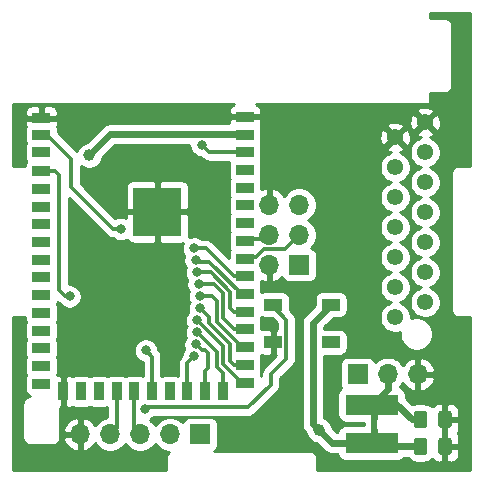
<source format=gbr>
%TF.GenerationSoftware,KiCad,Pcbnew,(5.1.10)-1*%
%TF.CreationDate,2022-01-13T15:18:29+01:00*%
%TF.ProjectId,3DESPWrover,33444553-5057-4726-9f76-65722e6b6963,rev?*%
%TF.SameCoordinates,Original*%
%TF.FileFunction,Copper,L2,Bot*%
%TF.FilePolarity,Positive*%
%FSLAX46Y46*%
G04 Gerber Fmt 4.6, Leading zero omitted, Abs format (unit mm)*
G04 Created by KiCad (PCBNEW (5.1.10)-1) date 2022-01-13 15:18:29*
%MOMM*%
%LPD*%
G01*
G04 APERTURE LIST*
%TA.AperFunction,EtchedComponent*%
%ADD10C,0.100000*%
%TD*%
%TA.AperFunction,SMDPad,CuDef*%
%ADD11R,4.100000X4.100000*%
%TD*%
%TA.AperFunction,SMDPad,CuDef*%
%ADD12R,1.500000X0.900000*%
%TD*%
%TA.AperFunction,SMDPad,CuDef*%
%ADD13R,0.900000X1.500000*%
%TD*%
%TA.AperFunction,SMDPad,CuDef*%
%ADD14R,1.500000X1.000000*%
%TD*%
%TA.AperFunction,ComponentPad*%
%ADD15R,1.700000X1.700000*%
%TD*%
%TA.AperFunction,ComponentPad*%
%ADD16O,1.700000X1.700000*%
%TD*%
%TA.AperFunction,SMDPad,CuDef*%
%ADD17R,4.500000X1.750000*%
%TD*%
%TA.AperFunction,ComponentPad*%
%ADD18C,1.381000*%
%TD*%
%TA.AperFunction,SMDPad,CuDef*%
%ADD19C,0.500000*%
%TD*%
%TA.AperFunction,ViaPad*%
%ADD20C,1.000000*%
%TD*%
%TA.AperFunction,ViaPad*%
%ADD21C,0.800000*%
%TD*%
%TA.AperFunction,Conductor*%
%ADD22C,0.625000*%
%TD*%
%TA.AperFunction,Conductor*%
%ADD23C,0.312500*%
%TD*%
%TA.AperFunction,Conductor*%
%ADD24C,0.254000*%
%TD*%
%TA.AperFunction,Conductor*%
%ADD25C,0.100000*%
%TD*%
G04 APERTURE END LIST*
D10*
%TO.C,NT1*%
G36*
X230890000Y-84971000D02*
G01*
X230890000Y-85971000D01*
X231390000Y-85971000D01*
X231390000Y-84971000D01*
X230890000Y-84971000D01*
G37*
%TD*%
D11*
%TO.P,U1,43*%
%TO.N,GND*%
X212772000Y-67512000D03*
D12*
%TO.P,U1,42*%
X202957000Y-59572000D03*
%TO.P,U1,41*%
%TO.N,/RESET*%
X202957000Y-60972000D03*
%TO.P,U1,40*%
%TO.N,Net-(U1-Pad40)*%
X202957000Y-62472000D03*
%TO.P,U1,39*%
%TO.N,/NEOPIX*%
X202957000Y-64072000D03*
D13*
%TO.P,U1,25*%
%TO.N,/PSRAMCS*%
X206332000Y-82722000D03*
%TO.P,U1,26*%
%TO.N,GND*%
X204832000Y-82722000D03*
D12*
%TO.P,U1,27*%
%TO.N,/SDA*%
X202957000Y-82072000D03*
%TO.P,U1,28*%
%TO.N,/SCL*%
X202957000Y-80572000D03*
%TO.P,U1,29*%
%TO.N,/MOSI*%
X202957000Y-79072000D03*
%TO.P,U1,30*%
%TO.N,/SCK*%
X202957000Y-77572000D03*
%TO.P,U1,31*%
%TO.N,/MISO*%
X202957000Y-76072000D03*
%TO.P,U1,32*%
%TO.N,/IO38_DBLTAP*%
X202957000Y-74572000D03*
%TO.P,U1,33*%
%TO.N,/TCK*%
X202957000Y-73072000D03*
%TO.P,U1,34*%
%TO.N,/TDO*%
X202957000Y-71572000D03*
%TO.P,U1,35*%
%TO.N,/TDI*%
X202957000Y-70072000D03*
%TO.P,U1,36*%
%TO.N,/TMS_D42*%
X202957000Y-68572000D03*
%TO.P,U1,37*%
%TO.N,/TXD0*%
X202957000Y-67072000D03*
%TO.P,U1,38*%
%TO.N,/RXD0*%
X202957000Y-65572000D03*
%TO.P,U1,14*%
%TO.N,/D11*%
X220207000Y-78972000D03*
%TO.P,U1,13*%
%TO.N,/D10*%
X220207000Y-77472000D03*
%TO.P,U1,12*%
%TO.N,/D9*%
X220207000Y-75972000D03*
%TO.P,U1,11*%
%TO.N,/D8*%
X220207000Y-74472000D03*
%TO.P,U1,10*%
%TO.N,/D7*%
X220207000Y-72972000D03*
%TO.P,U1,9*%
%TO.N,/D6*%
X220207000Y-71472000D03*
%TO.P,U1,8*%
%TO.N,/D5*%
X220207000Y-69972000D03*
%TO.P,U1,7*%
%TO.N,/AD5*%
X220207000Y-68472000D03*
%TO.P,U1,6*%
%TO.N,/AD4*%
X220207000Y-66972000D03*
%TO.P,U1,5*%
%TO.N,/AD3*%
X220207000Y-65472000D03*
%TO.P,U1,4*%
%TO.N,/AD2*%
X220207000Y-63972000D03*
%TO.P,U1,3*%
%TO.N,/BOOT0*%
X220207000Y-62472000D03*
%TO.P,U1,2*%
%TO.N,+3V3*%
X220207000Y-60972000D03*
D13*
%TO.P,U1,24*%
%TO.N,/D21*%
X207832000Y-82722000D03*
%TO.P,U1,23*%
%TO.N,/D+*%
X209332000Y-82722000D03*
%TO.P,U1,22*%
%TO.N,/D-*%
X210832000Y-82722000D03*
%TO.P,U1,21*%
%TO.N,/AD1*%
X212332000Y-82722000D03*
%TO.P,U1,20*%
%TO.N,/AD0*%
X213832000Y-82722000D03*
%TO.P,U1,19*%
%TO.N,/D16*%
X215332000Y-82722000D03*
%TO.P,U1,18*%
%TO.N,/D15*%
X216832000Y-82722000D03*
%TO.P,U1,17*%
%TO.N,/D14*%
X218332000Y-82722000D03*
D12*
%TO.P,U1,16*%
%TO.N,/D13*%
X220207000Y-81972000D03*
%TO.P,U1,15*%
%TO.N,/D12*%
X220207000Y-80472000D03*
%TO.P,U1,1*%
%TO.N,GND*%
X220207000Y-59472000D03*
%TD*%
D14*
%TO.P,D1,3*%
%TO.N,GND*%
X222594000Y-78562000D03*
%TO.P,D1,4*%
%TO.N,/NEOPIX*%
X222594000Y-75362000D03*
%TO.P,D1,2*%
%TO.N,Net-(D1-Pad2)*%
X227494000Y-78562000D03*
%TO.P,D1,1*%
%TO.N,+3V3*%
X227494000Y-75362000D03*
%TD*%
%TO.P,C9,2*%
%TO.N,GND*%
%TA.AperFunction,SMDPad,CuDef*%
G36*
G01*
X236543000Y-85565000D02*
X236543000Y-84615000D01*
G75*
G02*
X236793000Y-84365000I250000J0D01*
G01*
X237468000Y-84365000D01*
G75*
G02*
X237718000Y-84615000I0J-250000D01*
G01*
X237718000Y-85565000D01*
G75*
G02*
X237468000Y-85815000I-250000J0D01*
G01*
X236793000Y-85815000D01*
G75*
G02*
X236543000Y-85565000I0J250000D01*
G01*
G37*
%TD.AperFunction*%
%TO.P,C9,1*%
%TO.N,/Vout*%
%TA.AperFunction,SMDPad,CuDef*%
G36*
G01*
X234468000Y-85565000D02*
X234468000Y-84615000D01*
G75*
G02*
X234718000Y-84365000I250000J0D01*
G01*
X235393000Y-84365000D01*
G75*
G02*
X235643000Y-84615000I0J-250000D01*
G01*
X235643000Y-85565000D01*
G75*
G02*
X235393000Y-85815000I-250000J0D01*
G01*
X234718000Y-85815000D01*
G75*
G02*
X234468000Y-85565000I0J250000D01*
G01*
G37*
%TD.AperFunction*%
%TD*%
%TO.P,C10,2*%
%TO.N,GND*%
%TA.AperFunction,SMDPad,CuDef*%
G36*
G01*
X236543000Y-87851000D02*
X236543000Y-86901000D01*
G75*
G02*
X236793000Y-86651000I250000J0D01*
G01*
X237468000Y-86651000D01*
G75*
G02*
X237718000Y-86901000I0J-250000D01*
G01*
X237718000Y-87851000D01*
G75*
G02*
X237468000Y-88101000I-250000J0D01*
G01*
X236793000Y-88101000D01*
G75*
G02*
X236543000Y-87851000I0J250000D01*
G01*
G37*
%TD.AperFunction*%
%TO.P,C10,1*%
%TO.N,+3V3*%
%TA.AperFunction,SMDPad,CuDef*%
G36*
G01*
X234468000Y-87851000D02*
X234468000Y-86901000D01*
G75*
G02*
X234718000Y-86651000I250000J0D01*
G01*
X235393000Y-86651000D01*
G75*
G02*
X235643000Y-86901000I0J-250000D01*
G01*
X235643000Y-87851000D01*
G75*
G02*
X235393000Y-88101000I-250000J0D01*
G01*
X234718000Y-88101000D01*
G75*
G02*
X234468000Y-87851000I0J250000D01*
G01*
G37*
%TD.AperFunction*%
%TD*%
D15*
%TO.P,J2,1*%
%TO.N,/Vin*%
X229743000Y-81254600D03*
D16*
%TO.P,J2,2*%
%TO.N,/Vout*%
X232283000Y-81254600D03*
%TO.P,J2,3*%
%TO.N,GND*%
X234823000Y-81254600D03*
%TD*%
D15*
%TO.P,J1,1*%
%TO.N,Net-(J1-Pad1)*%
X216408000Y-86360000D03*
D16*
%TO.P,J1,2*%
%TO.N,Net-(J1-Pad2)*%
X213868000Y-86360000D03*
%TO.P,J1,3*%
%TO.N,/D-*%
X211328000Y-86360000D03*
%TO.P,J1,4*%
%TO.N,/D+*%
X208788000Y-86360000D03*
%TO.P,J1,5*%
%TO.N,GND*%
X206248000Y-86360000D03*
%TD*%
D17*
%TO.P,L1,1*%
%TO.N,/Vout*%
X230912000Y-83846000D03*
%TO.P,L1,2*%
%TO.N,+3V3*%
X230912000Y-87096000D03*
%TD*%
D15*
%TO.P,J3,1*%
%TO.N,/Vin*%
X224790000Y-72009000D03*
D16*
%TO.P,J3,2*%
%TO.N,GND*%
X222250000Y-72009000D03*
%TO.P,J3,3*%
%TO.N,/D6*%
X224790000Y-69469000D03*
%TO.P,J3,4*%
%TO.N,/D5*%
X222250000Y-69469000D03*
%TO.P,J3,5*%
%TO.N,/Vin*%
X224790000Y-66929000D03*
%TO.P,J3,6*%
%TO.N,GND*%
X222250000Y-66929000D03*
%TD*%
D18*
%TO.P,J4,14*%
%TO.N,/Vin*%
X232918000Y-76454000D03*
%TO.P,J4,13*%
X235458000Y-75184000D03*
%TO.P,J4,12*%
%TO.N,/D16*%
X232918000Y-73914000D03*
%TO.P,J4,11*%
%TO.N,/D15*%
X235458000Y-72644000D03*
%TO.P,J4,10*%
%TO.N,/D14*%
X232918000Y-71374000D03*
%TO.P,J4,9*%
%TO.N,/D13*%
X235458000Y-70104000D03*
%TO.P,J4,8*%
%TO.N,/D12*%
X232918000Y-68834000D03*
%TO.P,J4,7*%
%TO.N,/D11*%
X235458000Y-67564000D03*
%TO.P,J4,6*%
%TO.N,/D10*%
X232918000Y-66294000D03*
%TO.P,J4,5*%
%TO.N,/D9*%
X235458000Y-65024000D03*
%TO.P,J4,4*%
%TO.N,/D8*%
X232918000Y-63754000D03*
%TO.P,J4,3*%
%TO.N,/D7*%
X235458000Y-62484000D03*
%TO.P,J4,2*%
%TO.N,GND*%
X232918000Y-61214000D03*
%TO.P,J4,1*%
X235458000Y-59944000D03*
%TD*%
D19*
%TO.P,NT1,1*%
%TO.N,/Vout*%
X231140000Y-84971000D03*
%TO.P,NT1,2*%
%TO.N,+3V3*%
X231140000Y-85971000D03*
%TD*%
D20*
%TO.N,+3V3*%
X226441000Y-85979000D03*
X207010000Y-62738000D03*
D21*
%TO.N,GND*%
X222631000Y-77216000D03*
%TO.N,/RESET*%
X209677000Y-68961000D03*
%TO.N,/NEOPIX*%
X211709000Y-84201000D03*
X205359000Y-74676000D03*
%TO.N,/D7*%
X215900000Y-70612000D03*
%TO.N,/D8*%
X216027000Y-71628000D03*
%TO.N,/D9*%
X216154000Y-72644000D03*
%TO.N,/D10*%
X216281000Y-73660000D03*
%TO.N,/D11*%
X216408000Y-74676000D03*
%TO.N,/D12*%
X216408000Y-75692000D03*
%TO.N,/BOOT0*%
X216535000Y-61849000D03*
%TO.N,/AD1*%
X211812500Y-79248000D03*
%TO.N,/D16*%
X215900000Y-79756000D03*
%TO.N,/D15*%
X216027000Y-78740000D03*
%TO.N,/D14*%
X216154000Y-77724000D03*
%TO.N,/D13*%
X216154000Y-76708000D03*
%TD*%
D22*
%TO.N,+3V3*%
X231192000Y-87376000D02*
X230912000Y-87096000D01*
X235055500Y-87376000D02*
X231192000Y-87376000D01*
X220092000Y-60960000D02*
X220207000Y-60845000D01*
X230912000Y-87096000D02*
X230912000Y-86640000D01*
X226387749Y-85925749D02*
X226441000Y-85979000D01*
X227494000Y-75362000D02*
X226387749Y-76468251D01*
X225941001Y-76914999D02*
X226387749Y-76468251D01*
X225941001Y-85479001D02*
X225941001Y-76914999D01*
X226441000Y-85979000D02*
X225941001Y-85479001D01*
X231140000Y-86868000D02*
X230912000Y-87096000D01*
X231140000Y-85971000D02*
X231140000Y-86868000D01*
X227558000Y-87096000D02*
X226441000Y-85979000D01*
X230912000Y-87096000D02*
X227558000Y-87096000D01*
X208811501Y-60936499D02*
X207010000Y-62738000D01*
X220171499Y-60936499D02*
X208811501Y-60936499D01*
X220207000Y-60972000D02*
X220171499Y-60936499D01*
D23*
%TO.N,GND*%
X222631000Y-78525000D02*
X222594000Y-78562000D01*
X222631000Y-77216000D02*
X222631000Y-78525000D01*
X206629500Y-86360000D02*
X206375000Y-86360000D01*
%TO.N,/RESET*%
X209677000Y-68961000D02*
X209039050Y-68961000D01*
X209039050Y-68961000D02*
X205486000Y-65407950D01*
X203298252Y-60845000D02*
X202957000Y-60845000D01*
X205486000Y-65407950D02*
X205486000Y-63032748D01*
X203425252Y-60972000D02*
X205486000Y-63032748D01*
X202957000Y-60972000D02*
X203425252Y-60972000D01*
D22*
%TO.N,/Vout*%
X230912000Y-83846000D02*
X230912000Y-83667000D01*
X231140000Y-84074000D02*
X230912000Y-83846000D01*
X231140000Y-84971000D02*
X231140000Y-84074000D01*
X235055500Y-85090000D02*
X234315000Y-85090000D01*
X233071000Y-83846000D02*
X230912000Y-83846000D01*
X234315000Y-85090000D02*
X233071000Y-83846000D01*
X231114000Y-83846000D02*
X230912000Y-83846000D01*
X232283000Y-82475000D02*
X230912000Y-83846000D01*
X232283000Y-81254600D02*
X232283000Y-82475000D01*
D23*
%TO.N,/NEOPIX*%
X204978000Y-74676000D02*
X205359000Y-74676000D01*
X204470000Y-74168000D02*
X204978000Y-74676000D01*
X204470000Y-64395500D02*
X204470000Y-74168000D01*
X204146500Y-64072000D02*
X204470000Y-64395500D01*
X202957000Y-64072000D02*
X204146500Y-64072000D01*
X211836000Y-84074000D02*
X211709000Y-84201000D01*
X222377000Y-82169000D02*
X220472000Y-84074000D01*
X220472000Y-84074000D02*
X211836000Y-84074000D01*
X222377000Y-81280000D02*
X222377000Y-82169000D01*
X223700251Y-79956749D02*
X222377000Y-81280000D01*
X223700251Y-76634251D02*
X223700251Y-79956749D01*
X222594000Y-75528000D02*
X223700251Y-76634251D01*
X222594000Y-75362000D02*
X222594000Y-75528000D01*
%TO.N,/D+*%
X209332000Y-85816000D02*
X208788000Y-86360000D01*
X209332000Y-82722000D02*
X209332000Y-85816000D01*
%TO.N,/D-*%
X210832000Y-85864000D02*
X211328000Y-86360000D01*
X210832000Y-82722000D02*
X210832000Y-85864000D01*
%TO.N,/D5*%
X221874000Y-69845000D02*
X222250000Y-69469000D01*
X220207000Y-69845000D02*
X221874000Y-69845000D01*
%TO.N,/D6*%
X223583749Y-70675251D02*
X224790000Y-69469000D01*
X221805749Y-70675251D02*
X223583749Y-70675251D01*
X221136000Y-71345000D02*
X221805749Y-70675251D01*
X220207000Y-71345000D02*
X221136000Y-71345000D01*
%TO.N,/D7*%
X216911500Y-70612000D02*
X215900000Y-70612000D01*
X219271500Y-72972000D02*
X216911500Y-70612000D01*
X220207000Y-72972000D02*
X219271500Y-72972000D01*
%TO.N,/D8*%
X220207000Y-74345000D02*
X219887000Y-74345000D01*
X219907000Y-74472000D02*
X217170000Y-71735000D01*
X220207000Y-74472000D02*
X219907000Y-74472000D01*
X216134000Y-71735000D02*
X216027000Y-71628000D01*
X217170000Y-71735000D02*
X216134000Y-71735000D01*
%TO.N,/D9*%
X218948000Y-75648500D02*
X218948000Y-74295000D01*
X217297000Y-72644000D02*
X216154000Y-72644000D01*
X218948000Y-74295000D02*
X217297000Y-72644000D01*
X219271500Y-75972000D02*
X218948000Y-75648500D01*
X220207000Y-75972000D02*
X219271500Y-75972000D01*
%TO.N,/D10*%
X218313000Y-76513500D02*
X218313000Y-74422000D01*
X217551000Y-73660000D02*
X216281000Y-73660000D01*
X218313000Y-74422000D02*
X217551000Y-73660000D01*
X219271500Y-77472000D02*
X218313000Y-76513500D01*
X220207000Y-77472000D02*
X219271500Y-77472000D01*
%TO.N,/D11*%
X217800490Y-76830490D02*
X217800490Y-75052490D01*
X217424000Y-74676000D02*
X216408000Y-74676000D01*
X217800490Y-75052490D02*
X217424000Y-74676000D01*
X219942000Y-78972000D02*
X217800490Y-76830490D01*
X220207000Y-78972000D02*
X219942000Y-78972000D01*
%TO.N,/D12*%
X218948000Y-78702798D02*
X217170000Y-76924798D01*
X218948000Y-80148500D02*
X218948000Y-78702798D01*
X217170000Y-76454000D02*
X216408000Y-75692000D01*
X217170000Y-76924798D02*
X217170000Y-76454000D01*
X219271500Y-80472000D02*
X218948000Y-80148500D01*
X220207000Y-80472000D02*
X219271500Y-80472000D01*
%TO.N,/BOOT0*%
X217158000Y-62472000D02*
X216535000Y-61849000D01*
X220207000Y-62472000D02*
X217158000Y-62472000D01*
%TO.N,/AD1*%
X211812500Y-79248000D02*
X212332000Y-79767500D01*
X212332000Y-82722000D02*
X212332000Y-79767500D01*
%TO.N,/D16*%
X215332000Y-80324000D02*
X215900000Y-79756000D01*
X215332000Y-82722000D02*
X215332000Y-80324000D01*
%TO.N,/D15*%
X217043000Y-80762980D02*
X217043000Y-79502000D01*
X216832000Y-80973980D02*
X217043000Y-80762980D01*
X216535000Y-79248000D02*
X216027000Y-78740000D01*
X216789000Y-79248000D02*
X216535000Y-79248000D01*
X217043000Y-79502000D02*
X216789000Y-79248000D01*
X216832000Y-82722000D02*
X216832000Y-80973980D01*
%TO.N,/D14*%
X217800490Y-79370490D02*
X216154000Y-77724000D01*
X217800490Y-80640490D02*
X217800490Y-79370490D01*
X218332000Y-81172000D02*
X217800490Y-80640490D01*
X218332000Y-82722000D02*
X218332000Y-81172000D01*
%TO.N,/D13*%
X218313000Y-78867000D02*
X216154000Y-76708000D01*
X219907000Y-81972000D02*
X218313000Y-80378000D01*
X218313000Y-80378000D02*
X218313000Y-78867000D01*
X220207000Y-81972000D02*
X219907000Y-81972000D01*
%TD*%
D24*
%TO.N,GND*%
X239269714Y-63607715D02*
X238321393Y-63607715D01*
X238289714Y-63604595D01*
X238258035Y-63607715D01*
X238163272Y-63617048D01*
X238041689Y-63653930D01*
X237929638Y-63713823D01*
X237831424Y-63794425D01*
X237750822Y-63892639D01*
X237690929Y-64004690D01*
X237654047Y-64126273D01*
X237641594Y-64252715D01*
X237644715Y-64284404D01*
X237644714Y-75749622D01*
X237641595Y-75781293D01*
X237644714Y-75812962D01*
X237644714Y-75812968D01*
X237654047Y-75907731D01*
X237690929Y-76029314D01*
X237750822Y-76141365D01*
X237750823Y-76141366D01*
X237750825Y-76141369D01*
X237764706Y-76158284D01*
X237831424Y-76239580D01*
X237929638Y-76320182D01*
X238041689Y-76380075D01*
X238163272Y-76416957D01*
X238289714Y-76429410D01*
X238321397Y-76426290D01*
X239269715Y-76426283D01*
X239269714Y-89372000D01*
X226324000Y-89372000D01*
X226324000Y-88423679D01*
X226327120Y-88392000D01*
X226314667Y-88265558D01*
X226277785Y-88143975D01*
X226217892Y-88031924D01*
X226137290Y-87933710D01*
X226039076Y-87853108D01*
X225927025Y-87793215D01*
X225805442Y-87756333D01*
X225710679Y-87747000D01*
X225679000Y-87743880D01*
X225647321Y-87747000D01*
X217600403Y-87747000D01*
X217612494Y-87740537D01*
X217709185Y-87661185D01*
X217788537Y-87564494D01*
X217847502Y-87454180D01*
X217883812Y-87334482D01*
X217896072Y-87210000D01*
X217896072Y-85510000D01*
X217883812Y-85385518D01*
X217847502Y-85265820D01*
X217788537Y-85155506D01*
X217709185Y-85058815D01*
X217612494Y-84979463D01*
X217502180Y-84920498D01*
X217382482Y-84884188D01*
X217258000Y-84871928D01*
X215558000Y-84871928D01*
X215433518Y-84884188D01*
X215313820Y-84920498D01*
X215203506Y-84979463D01*
X215106815Y-85058815D01*
X215027463Y-85155506D01*
X214968498Y-85265820D01*
X214946487Y-85338380D01*
X214814632Y-85206525D01*
X214571411Y-85044010D01*
X214301158Y-84932068D01*
X214014260Y-84875000D01*
X213721740Y-84875000D01*
X213434842Y-84932068D01*
X213164589Y-85044010D01*
X212921368Y-85206525D01*
X212714525Y-85413368D01*
X212598000Y-85587760D01*
X212481475Y-85413368D01*
X212274632Y-85206525D01*
X212164190Y-85132730D01*
X212199256Y-85118205D01*
X212368774Y-85004937D01*
X212508461Y-84865250D01*
X220433144Y-84865250D01*
X220472000Y-84869077D01*
X220510856Y-84865250D01*
X220510867Y-84865250D01*
X220627112Y-84853801D01*
X220776263Y-84808556D01*
X220913722Y-84735083D01*
X221034205Y-84636205D01*
X221058983Y-84606013D01*
X222909019Y-82755978D01*
X222939205Y-82731205D01*
X223008736Y-82646482D01*
X223038083Y-82610722D01*
X223111556Y-82473263D01*
X223156801Y-82324112D01*
X223172078Y-82169000D01*
X223168250Y-82130133D01*
X223168250Y-81607746D01*
X224232264Y-80543732D01*
X224262456Y-80518954D01*
X224361334Y-80398471D01*
X224434807Y-80261012D01*
X224480052Y-80111861D01*
X224491501Y-79995616D01*
X224495329Y-79956749D01*
X224491501Y-79917882D01*
X224491501Y-76914999D01*
X224988918Y-76914999D01*
X224993502Y-76961544D01*
X224993501Y-85432466D01*
X224988918Y-85479001D01*
X224993501Y-85525535D01*
X224993501Y-85525542D01*
X225001490Y-85606653D01*
X225007211Y-85664743D01*
X225037085Y-85763225D01*
X225061390Y-85843347D01*
X225149372Y-86007951D01*
X225267776Y-86152226D01*
X225303935Y-86181901D01*
X225329136Y-86207102D01*
X225349617Y-86310067D01*
X225435176Y-86516624D01*
X225559388Y-86702520D01*
X225717480Y-86860612D01*
X225903376Y-86984824D01*
X226109933Y-87070383D01*
X226212897Y-87090864D01*
X226855108Y-87733076D01*
X226884775Y-87769225D01*
X226920923Y-87798891D01*
X226920926Y-87798894D01*
X226956912Y-87828426D01*
X227029050Y-87887629D01*
X227193653Y-87975611D01*
X227372258Y-88029790D01*
X227558000Y-88048084D01*
X227604542Y-88043500D01*
X228031068Y-88043500D01*
X228036188Y-88095482D01*
X228072498Y-88215180D01*
X228131463Y-88325494D01*
X228210815Y-88422185D01*
X228307506Y-88501537D01*
X228417820Y-88560502D01*
X228537518Y-88596812D01*
X228662000Y-88609072D01*
X233162000Y-88609072D01*
X233286482Y-88596812D01*
X233406180Y-88560502D01*
X233516494Y-88501537D01*
X233613185Y-88422185D01*
X233692537Y-88325494D01*
X233693603Y-88323500D01*
X233968431Y-88323500D01*
X233979595Y-88344386D01*
X234090038Y-88478962D01*
X234224614Y-88589405D01*
X234378150Y-88671472D01*
X234544746Y-88722008D01*
X234718000Y-88739072D01*
X235393000Y-88739072D01*
X235566254Y-88722008D01*
X235732850Y-88671472D01*
X235886386Y-88589405D01*
X236020962Y-88478962D01*
X236026342Y-88472406D01*
X236091815Y-88552185D01*
X236188506Y-88631537D01*
X236298820Y-88690502D01*
X236418518Y-88726812D01*
X236543000Y-88739072D01*
X236844750Y-88736000D01*
X237003500Y-88577250D01*
X237003500Y-87503000D01*
X237257500Y-87503000D01*
X237257500Y-88577250D01*
X237416250Y-88736000D01*
X237718000Y-88739072D01*
X237842482Y-88726812D01*
X237962180Y-88690502D01*
X238072494Y-88631537D01*
X238169185Y-88552185D01*
X238248537Y-88455494D01*
X238307502Y-88345180D01*
X238343812Y-88225482D01*
X238356072Y-88101000D01*
X238353000Y-87661750D01*
X238194250Y-87503000D01*
X237257500Y-87503000D01*
X237003500Y-87503000D01*
X236983500Y-87503000D01*
X236983500Y-87249000D01*
X237003500Y-87249000D01*
X237003500Y-85217000D01*
X237257500Y-85217000D01*
X237257500Y-87249000D01*
X238194250Y-87249000D01*
X238353000Y-87090250D01*
X238356072Y-86651000D01*
X238343812Y-86526518D01*
X238307502Y-86406820D01*
X238248537Y-86296506D01*
X238196419Y-86233000D01*
X238248537Y-86169494D01*
X238307502Y-86059180D01*
X238343812Y-85939482D01*
X238356072Y-85815000D01*
X238353000Y-85375750D01*
X238194250Y-85217000D01*
X237257500Y-85217000D01*
X237003500Y-85217000D01*
X236983500Y-85217000D01*
X236983500Y-84963000D01*
X237003500Y-84963000D01*
X237003500Y-83888750D01*
X237257500Y-83888750D01*
X237257500Y-84963000D01*
X238194250Y-84963000D01*
X238353000Y-84804250D01*
X238356072Y-84365000D01*
X238343812Y-84240518D01*
X238307502Y-84120820D01*
X238248537Y-84010506D01*
X238169185Y-83913815D01*
X238072494Y-83834463D01*
X237962180Y-83775498D01*
X237842482Y-83739188D01*
X237718000Y-83726928D01*
X237416250Y-83730000D01*
X237257500Y-83888750D01*
X237003500Y-83888750D01*
X236844750Y-83730000D01*
X236543000Y-83726928D01*
X236418518Y-83739188D01*
X236298820Y-83775498D01*
X236188506Y-83834463D01*
X236091815Y-83913815D01*
X236026342Y-83993594D01*
X236020962Y-83987038D01*
X235886386Y-83876595D01*
X235732850Y-83794528D01*
X235566254Y-83743992D01*
X235393000Y-83726928D01*
X234718000Y-83726928D01*
X234544746Y-83743992D01*
X234378150Y-83794528D01*
X234365993Y-83801026D01*
X233800072Y-83235106D01*
X233800072Y-82971000D01*
X233787812Y-82846518D01*
X233751502Y-82726820D01*
X233692537Y-82616506D01*
X233613185Y-82519815D01*
X233516494Y-82440463D01*
X233406180Y-82381498D01*
X233291114Y-82346593D01*
X233436475Y-82201232D01*
X233558195Y-82019066D01*
X233627822Y-82135955D01*
X233822731Y-82352188D01*
X234056080Y-82526241D01*
X234318901Y-82651425D01*
X234466110Y-82696076D01*
X234696000Y-82574755D01*
X234696000Y-81381600D01*
X234950000Y-81381600D01*
X234950000Y-82574755D01*
X235179890Y-82696076D01*
X235327099Y-82651425D01*
X235589920Y-82526241D01*
X235823269Y-82352188D01*
X236018178Y-82135955D01*
X236167157Y-81885852D01*
X236264481Y-81611491D01*
X236143814Y-81381600D01*
X234950000Y-81381600D01*
X234696000Y-81381600D01*
X234676000Y-81381600D01*
X234676000Y-81127600D01*
X234696000Y-81127600D01*
X234696000Y-79934445D01*
X234950000Y-79934445D01*
X234950000Y-81127600D01*
X236143814Y-81127600D01*
X236264481Y-80897709D01*
X236167157Y-80623348D01*
X236018178Y-80373245D01*
X235823269Y-80157012D01*
X235589920Y-79982959D01*
X235327099Y-79857775D01*
X235179890Y-79813124D01*
X234950000Y-79934445D01*
X234696000Y-79934445D01*
X234466110Y-79813124D01*
X234318901Y-79857775D01*
X234056080Y-79982959D01*
X233822731Y-80157012D01*
X233627822Y-80373245D01*
X233558195Y-80490134D01*
X233436475Y-80307968D01*
X233229632Y-80101125D01*
X232986411Y-79938610D01*
X232716158Y-79826668D01*
X232429260Y-79769600D01*
X232136740Y-79769600D01*
X231849842Y-79826668D01*
X231579589Y-79938610D01*
X231336368Y-80101125D01*
X231204513Y-80232980D01*
X231182502Y-80160420D01*
X231123537Y-80050106D01*
X231044185Y-79953415D01*
X230947494Y-79874063D01*
X230837180Y-79815098D01*
X230717482Y-79778788D01*
X230593000Y-79766528D01*
X228893000Y-79766528D01*
X228768518Y-79778788D01*
X228648820Y-79815098D01*
X228538506Y-79874063D01*
X228441815Y-79953415D01*
X228362463Y-80050106D01*
X228303498Y-80160420D01*
X228267188Y-80280118D01*
X228254928Y-80404600D01*
X228254928Y-82104600D01*
X228267188Y-82229082D01*
X228303498Y-82348780D01*
X228342505Y-82421755D01*
X228307506Y-82440463D01*
X228210815Y-82519815D01*
X228131463Y-82616506D01*
X228072498Y-82726820D01*
X228036188Y-82846518D01*
X228023928Y-82971000D01*
X228023928Y-84721000D01*
X228036188Y-84845482D01*
X228072498Y-84965180D01*
X228131463Y-85075494D01*
X228210815Y-85172185D01*
X228307506Y-85251537D01*
X228417820Y-85310502D01*
X228537518Y-85346812D01*
X228662000Y-85359072D01*
X230255000Y-85359072D01*
X230255000Y-85582928D01*
X228662000Y-85582928D01*
X228537518Y-85595188D01*
X228417820Y-85631498D01*
X228307506Y-85690463D01*
X228210815Y-85769815D01*
X228131463Y-85866506D01*
X228072498Y-85976820D01*
X228036188Y-86096518D01*
X228031068Y-86148500D01*
X227950467Y-86148500D01*
X227552864Y-85750897D01*
X227532383Y-85647933D01*
X227446824Y-85441376D01*
X227322612Y-85255480D01*
X227164520Y-85097388D01*
X226978624Y-84973176D01*
X226888501Y-84935846D01*
X226888501Y-79700072D01*
X228244000Y-79700072D01*
X228368482Y-79687812D01*
X228488180Y-79651502D01*
X228598494Y-79592537D01*
X228695185Y-79513185D01*
X228774537Y-79416494D01*
X228833502Y-79306180D01*
X228869812Y-79186482D01*
X228882072Y-79062000D01*
X228882072Y-78062000D01*
X228869812Y-77937518D01*
X228833502Y-77817820D01*
X228774537Y-77707506D01*
X228695185Y-77610815D01*
X228598494Y-77531463D01*
X228488180Y-77472498D01*
X228368482Y-77436188D01*
X228244000Y-77423928D01*
X226888501Y-77423928D01*
X226888501Y-77307465D01*
X227090642Y-77105324D01*
X227695895Y-76500072D01*
X228244000Y-76500072D01*
X228368482Y-76487812D01*
X228488180Y-76451502D01*
X228598494Y-76392537D01*
X228695185Y-76313185D01*
X228774537Y-76216494D01*
X228833502Y-76106180D01*
X228869812Y-75986482D01*
X228882072Y-75862000D01*
X228882072Y-74862000D01*
X228869812Y-74737518D01*
X228833502Y-74617820D01*
X228774537Y-74507506D01*
X228695185Y-74410815D01*
X228598494Y-74331463D01*
X228488180Y-74272498D01*
X228368482Y-74236188D01*
X228244000Y-74223928D01*
X226744000Y-74223928D01*
X226619518Y-74236188D01*
X226499820Y-74272498D01*
X226389506Y-74331463D01*
X226292815Y-74410815D01*
X226213463Y-74507506D01*
X226154498Y-74617820D01*
X226118188Y-74737518D01*
X226105928Y-74862000D01*
X226105928Y-75410106D01*
X225303931Y-76212103D01*
X225267777Y-76241774D01*
X225149373Y-76386049D01*
X225110614Y-76458562D01*
X225061390Y-76550653D01*
X225007211Y-76729257D01*
X224988918Y-76914999D01*
X224491501Y-76914999D01*
X224491501Y-76673107D01*
X224495328Y-76634250D01*
X224491501Y-76595394D01*
X224491501Y-76595384D01*
X224480052Y-76479139D01*
X224434807Y-76329988D01*
X224361334Y-76192529D01*
X224342358Y-76169407D01*
X224287232Y-76102235D01*
X224287229Y-76102232D01*
X224262456Y-76072046D01*
X224232271Y-76047274D01*
X223982072Y-75797075D01*
X223982072Y-74862000D01*
X223969812Y-74737518D01*
X223933502Y-74617820D01*
X223874537Y-74507506D01*
X223795185Y-74410815D01*
X223698494Y-74331463D01*
X223588180Y-74272498D01*
X223468482Y-74236188D01*
X223344000Y-74223928D01*
X221844000Y-74223928D01*
X221719518Y-74236188D01*
X221599820Y-74272498D01*
X221595072Y-74275036D01*
X221595072Y-74022000D01*
X221582812Y-73897518D01*
X221546502Y-73777820D01*
X221516665Y-73722000D01*
X221546502Y-73666180D01*
X221582812Y-73546482D01*
X221595072Y-73422000D01*
X221595072Y-73339054D01*
X221618748Y-73353157D01*
X221893109Y-73450481D01*
X222123000Y-73329814D01*
X222123000Y-72136000D01*
X222103000Y-72136000D01*
X222103000Y-71882000D01*
X222123000Y-71882000D01*
X222123000Y-71862000D01*
X222377000Y-71862000D01*
X222377000Y-71882000D01*
X222397000Y-71882000D01*
X222397000Y-72136000D01*
X222377000Y-72136000D01*
X222377000Y-73329814D01*
X222606891Y-73450481D01*
X222881252Y-73353157D01*
X223131355Y-73204178D01*
X223327502Y-73027374D01*
X223350498Y-73103180D01*
X223409463Y-73213494D01*
X223488815Y-73310185D01*
X223585506Y-73389537D01*
X223695820Y-73448502D01*
X223815518Y-73484812D01*
X223940000Y-73497072D01*
X225640000Y-73497072D01*
X225764482Y-73484812D01*
X225884180Y-73448502D01*
X225994494Y-73389537D01*
X226091185Y-73310185D01*
X226170537Y-73213494D01*
X226229502Y-73103180D01*
X226265812Y-72983482D01*
X226278072Y-72859000D01*
X226278072Y-71159000D01*
X226265812Y-71034518D01*
X226229502Y-70914820D01*
X226170537Y-70804506D01*
X226091185Y-70707815D01*
X225994494Y-70628463D01*
X225884180Y-70569498D01*
X225811620Y-70547487D01*
X225943475Y-70415632D01*
X226105990Y-70172411D01*
X226217932Y-69902158D01*
X226275000Y-69615260D01*
X226275000Y-69322740D01*
X226217932Y-69035842D01*
X226105990Y-68765589D01*
X225943475Y-68522368D01*
X225736632Y-68315525D01*
X225562240Y-68199000D01*
X225736632Y-68082475D01*
X225943475Y-67875632D01*
X226105990Y-67632411D01*
X226217932Y-67362158D01*
X226275000Y-67075260D01*
X226275000Y-66782740D01*
X226217932Y-66495842D01*
X226105990Y-66225589D01*
X225943475Y-65982368D01*
X225736632Y-65775525D01*
X225493411Y-65613010D01*
X225223158Y-65501068D01*
X224936260Y-65444000D01*
X224643740Y-65444000D01*
X224356842Y-65501068D01*
X224086589Y-65613010D01*
X223843368Y-65775525D01*
X223636525Y-65982368D01*
X223518900Y-66158406D01*
X223347588Y-65928731D01*
X223131355Y-65733822D01*
X222881252Y-65584843D01*
X222606891Y-65487519D01*
X222377000Y-65608186D01*
X222377000Y-66802000D01*
X222397000Y-66802000D01*
X222397000Y-67056000D01*
X222377000Y-67056000D01*
X222377000Y-67076000D01*
X222123000Y-67076000D01*
X222123000Y-67056000D01*
X222103000Y-67056000D01*
X222103000Y-66802000D01*
X222123000Y-66802000D01*
X222123000Y-65608186D01*
X221893109Y-65487519D01*
X221618748Y-65584843D01*
X221595072Y-65598946D01*
X221595072Y-65022000D01*
X221582812Y-64897518D01*
X221546502Y-64777820D01*
X221516665Y-64722000D01*
X221546502Y-64666180D01*
X221582812Y-64546482D01*
X221595072Y-64422000D01*
X221595072Y-63623450D01*
X231592500Y-63623450D01*
X231592500Y-63884550D01*
X231643438Y-64140634D01*
X231743357Y-64381860D01*
X231888417Y-64598957D01*
X232073043Y-64783583D01*
X232290140Y-64928643D01*
X232520352Y-65024000D01*
X232290140Y-65119357D01*
X232073043Y-65264417D01*
X231888417Y-65449043D01*
X231743357Y-65666140D01*
X231643438Y-65907366D01*
X231592500Y-66163450D01*
X231592500Y-66424550D01*
X231643438Y-66680634D01*
X231743357Y-66921860D01*
X231888417Y-67138957D01*
X232073043Y-67323583D01*
X232290140Y-67468643D01*
X232520352Y-67564000D01*
X232290140Y-67659357D01*
X232073043Y-67804417D01*
X231888417Y-67989043D01*
X231743357Y-68206140D01*
X231643438Y-68447366D01*
X231592500Y-68703450D01*
X231592500Y-68964550D01*
X231643438Y-69220634D01*
X231743357Y-69461860D01*
X231888417Y-69678957D01*
X232073043Y-69863583D01*
X232290140Y-70008643D01*
X232520352Y-70104000D01*
X232290140Y-70199357D01*
X232073043Y-70344417D01*
X231888417Y-70529043D01*
X231743357Y-70746140D01*
X231643438Y-70987366D01*
X231592500Y-71243450D01*
X231592500Y-71504550D01*
X231643438Y-71760634D01*
X231743357Y-72001860D01*
X231888417Y-72218957D01*
X232073043Y-72403583D01*
X232290140Y-72548643D01*
X232520352Y-72644000D01*
X232290140Y-72739357D01*
X232073043Y-72884417D01*
X231888417Y-73069043D01*
X231743357Y-73286140D01*
X231643438Y-73527366D01*
X231592500Y-73783450D01*
X231592500Y-74044550D01*
X231643438Y-74300634D01*
X231743357Y-74541860D01*
X231888417Y-74758957D01*
X232073043Y-74943583D01*
X232290140Y-75088643D01*
X232520352Y-75184000D01*
X232290140Y-75279357D01*
X232073043Y-75424417D01*
X231888417Y-75609043D01*
X231743357Y-75826140D01*
X231643438Y-76067366D01*
X231592500Y-76323450D01*
X231592500Y-76584550D01*
X231643438Y-76840634D01*
X231743357Y-77081860D01*
X231888417Y-77298957D01*
X232073043Y-77483583D01*
X232290140Y-77628643D01*
X232531366Y-77728562D01*
X232787450Y-77779500D01*
X233048550Y-77779500D01*
X233304634Y-77728562D01*
X233308000Y-77727168D01*
X233308000Y-77992873D01*
X233362186Y-78265282D01*
X233468475Y-78521885D01*
X233622782Y-78752822D01*
X233819178Y-78949218D01*
X234050115Y-79103525D01*
X234306718Y-79209814D01*
X234579127Y-79264000D01*
X234856873Y-79264000D01*
X235129282Y-79209814D01*
X235385885Y-79103525D01*
X235616822Y-78949218D01*
X235813218Y-78752822D01*
X235967525Y-78521885D01*
X236073814Y-78265282D01*
X236128000Y-77992873D01*
X236128000Y-77715127D01*
X236073814Y-77442718D01*
X235967525Y-77186115D01*
X235813218Y-76955178D01*
X235616822Y-76758782D01*
X235385885Y-76604475D01*
X235129282Y-76498186D01*
X234856873Y-76444000D01*
X234579127Y-76444000D01*
X234306718Y-76498186D01*
X234243500Y-76524372D01*
X234243500Y-76323450D01*
X234192562Y-76067366D01*
X234092643Y-75826140D01*
X233947583Y-75609043D01*
X233762957Y-75424417D01*
X233545860Y-75279357D01*
X233315648Y-75184000D01*
X233545860Y-75088643D01*
X233762957Y-74943583D01*
X233947583Y-74758957D01*
X234092643Y-74541860D01*
X234192562Y-74300634D01*
X234243500Y-74044550D01*
X234243500Y-73783450D01*
X234192562Y-73527366D01*
X234092643Y-73286140D01*
X233947583Y-73069043D01*
X233762957Y-72884417D01*
X233545860Y-72739357D01*
X233315648Y-72644000D01*
X233545860Y-72548643D01*
X233762957Y-72403583D01*
X233947583Y-72218957D01*
X234092643Y-72001860D01*
X234192562Y-71760634D01*
X234243500Y-71504550D01*
X234243500Y-71243450D01*
X234192562Y-70987366D01*
X234092643Y-70746140D01*
X233947583Y-70529043D01*
X233762957Y-70344417D01*
X233545860Y-70199357D01*
X233315648Y-70104000D01*
X233545860Y-70008643D01*
X233762957Y-69863583D01*
X233947583Y-69678957D01*
X234092643Y-69461860D01*
X234192562Y-69220634D01*
X234243500Y-68964550D01*
X234243500Y-68703450D01*
X234192562Y-68447366D01*
X234092643Y-68206140D01*
X233947583Y-67989043D01*
X233762957Y-67804417D01*
X233545860Y-67659357D01*
X233315648Y-67564000D01*
X233545860Y-67468643D01*
X233762957Y-67323583D01*
X233947583Y-67138957D01*
X234092643Y-66921860D01*
X234192562Y-66680634D01*
X234243500Y-66424550D01*
X234243500Y-66163450D01*
X234192562Y-65907366D01*
X234092643Y-65666140D01*
X233947583Y-65449043D01*
X233762957Y-65264417D01*
X233545860Y-65119357D01*
X233315648Y-65024000D01*
X233545860Y-64928643D01*
X233762957Y-64783583D01*
X233947583Y-64598957D01*
X234092643Y-64381860D01*
X234192562Y-64140634D01*
X234243500Y-63884550D01*
X234243500Y-63623450D01*
X234192562Y-63367366D01*
X234092643Y-63126140D01*
X233947583Y-62909043D01*
X233762957Y-62724417D01*
X233545860Y-62579357D01*
X233310448Y-62481846D01*
X233496047Y-62413939D01*
X233594567Y-62361279D01*
X233596527Y-62353450D01*
X234132500Y-62353450D01*
X234132500Y-62614550D01*
X234183438Y-62870634D01*
X234283357Y-63111860D01*
X234428417Y-63328957D01*
X234613043Y-63513583D01*
X234830140Y-63658643D01*
X235060352Y-63754000D01*
X234830140Y-63849357D01*
X234613043Y-63994417D01*
X234428417Y-64179043D01*
X234283357Y-64396140D01*
X234183438Y-64637366D01*
X234132500Y-64893450D01*
X234132500Y-65154550D01*
X234183438Y-65410634D01*
X234283357Y-65651860D01*
X234428417Y-65868957D01*
X234613043Y-66053583D01*
X234830140Y-66198643D01*
X235060352Y-66294000D01*
X234830140Y-66389357D01*
X234613043Y-66534417D01*
X234428417Y-66719043D01*
X234283357Y-66936140D01*
X234183438Y-67177366D01*
X234132500Y-67433450D01*
X234132500Y-67694550D01*
X234183438Y-67950634D01*
X234283357Y-68191860D01*
X234428417Y-68408957D01*
X234613043Y-68593583D01*
X234830140Y-68738643D01*
X235060352Y-68834000D01*
X234830140Y-68929357D01*
X234613043Y-69074417D01*
X234428417Y-69259043D01*
X234283357Y-69476140D01*
X234183438Y-69717366D01*
X234132500Y-69973450D01*
X234132500Y-70234550D01*
X234183438Y-70490634D01*
X234283357Y-70731860D01*
X234428417Y-70948957D01*
X234613043Y-71133583D01*
X234830140Y-71278643D01*
X235060352Y-71374000D01*
X234830140Y-71469357D01*
X234613043Y-71614417D01*
X234428417Y-71799043D01*
X234283357Y-72016140D01*
X234183438Y-72257366D01*
X234132500Y-72513450D01*
X234132500Y-72774550D01*
X234183438Y-73030634D01*
X234283357Y-73271860D01*
X234428417Y-73488957D01*
X234613043Y-73673583D01*
X234830140Y-73818643D01*
X235060352Y-73914000D01*
X234830140Y-74009357D01*
X234613043Y-74154417D01*
X234428417Y-74339043D01*
X234283357Y-74556140D01*
X234183438Y-74797366D01*
X234132500Y-75053450D01*
X234132500Y-75314550D01*
X234183438Y-75570634D01*
X234283357Y-75811860D01*
X234428417Y-76028957D01*
X234613043Y-76213583D01*
X234830140Y-76358643D01*
X235071366Y-76458562D01*
X235327450Y-76509500D01*
X235588550Y-76509500D01*
X235844634Y-76458562D01*
X236085860Y-76358643D01*
X236302957Y-76213583D01*
X236487583Y-76028957D01*
X236632643Y-75811860D01*
X236732562Y-75570634D01*
X236783500Y-75314550D01*
X236783500Y-75053450D01*
X236732562Y-74797366D01*
X236632643Y-74556140D01*
X236487583Y-74339043D01*
X236302957Y-74154417D01*
X236085860Y-74009357D01*
X235855648Y-73914000D01*
X236085860Y-73818643D01*
X236302957Y-73673583D01*
X236487583Y-73488957D01*
X236632643Y-73271860D01*
X236732562Y-73030634D01*
X236783500Y-72774550D01*
X236783500Y-72513450D01*
X236732562Y-72257366D01*
X236632643Y-72016140D01*
X236487583Y-71799043D01*
X236302957Y-71614417D01*
X236085860Y-71469357D01*
X235855648Y-71374000D01*
X236085860Y-71278643D01*
X236302957Y-71133583D01*
X236487583Y-70948957D01*
X236632643Y-70731860D01*
X236732562Y-70490634D01*
X236783500Y-70234550D01*
X236783500Y-69973450D01*
X236732562Y-69717366D01*
X236632643Y-69476140D01*
X236487583Y-69259043D01*
X236302957Y-69074417D01*
X236085860Y-68929357D01*
X235855648Y-68834000D01*
X236085860Y-68738643D01*
X236302957Y-68593583D01*
X236487583Y-68408957D01*
X236632643Y-68191860D01*
X236732562Y-67950634D01*
X236783500Y-67694550D01*
X236783500Y-67433450D01*
X236732562Y-67177366D01*
X236632643Y-66936140D01*
X236487583Y-66719043D01*
X236302957Y-66534417D01*
X236085860Y-66389357D01*
X235855648Y-66294000D01*
X236085860Y-66198643D01*
X236302957Y-66053583D01*
X236487583Y-65868957D01*
X236632643Y-65651860D01*
X236732562Y-65410634D01*
X236783500Y-65154550D01*
X236783500Y-64893450D01*
X236732562Y-64637366D01*
X236632643Y-64396140D01*
X236487583Y-64179043D01*
X236302957Y-63994417D01*
X236085860Y-63849357D01*
X235855648Y-63754000D01*
X236085860Y-63658643D01*
X236302957Y-63513583D01*
X236487583Y-63328957D01*
X236632643Y-63111860D01*
X236732562Y-62870634D01*
X236783500Y-62614550D01*
X236783500Y-62353450D01*
X236732562Y-62097366D01*
X236632643Y-61856140D01*
X236487583Y-61639043D01*
X236302957Y-61454417D01*
X236085860Y-61309357D01*
X235850448Y-61211846D01*
X236036047Y-61143939D01*
X236134567Y-61091279D01*
X236192875Y-60858480D01*
X235458000Y-60123605D01*
X234723125Y-60858480D01*
X234781433Y-61091279D01*
X235018257Y-61201227D01*
X235064229Y-61212394D01*
X234830140Y-61309357D01*
X234613043Y-61454417D01*
X234428417Y-61639043D01*
X234283357Y-61856140D01*
X234183438Y-62097366D01*
X234132500Y-62353450D01*
X233596527Y-62353450D01*
X233652875Y-62128480D01*
X232918000Y-61393605D01*
X232183125Y-62128480D01*
X232241433Y-62361279D01*
X232478257Y-62471227D01*
X232524229Y-62482394D01*
X232290140Y-62579357D01*
X232073043Y-62724417D01*
X231888417Y-62909043D01*
X231743357Y-63126140D01*
X231643438Y-63367366D01*
X231592500Y-63623450D01*
X221595072Y-63623450D01*
X221595072Y-63522000D01*
X221582812Y-63397518D01*
X221546502Y-63277820D01*
X221516665Y-63222000D01*
X221546502Y-63166180D01*
X221582812Y-63046482D01*
X221595072Y-62922000D01*
X221595072Y-62022000D01*
X221582812Y-61897518D01*
X221546502Y-61777820D01*
X221516665Y-61722000D01*
X221546502Y-61666180D01*
X221582812Y-61546482D01*
X221595072Y-61422000D01*
X221595072Y-61288849D01*
X231588192Y-61288849D01*
X231628346Y-61546844D01*
X231718061Y-61792047D01*
X231770721Y-61890567D01*
X232003520Y-61948875D01*
X232738395Y-61214000D01*
X233097605Y-61214000D01*
X233832480Y-61948875D01*
X234065279Y-61890567D01*
X234175227Y-61653743D01*
X234236859Y-61400021D01*
X234247808Y-61139151D01*
X234207654Y-60881156D01*
X234117939Y-60635953D01*
X234065279Y-60537433D01*
X233832480Y-60479125D01*
X233097605Y-61214000D01*
X232738395Y-61214000D01*
X232003520Y-60479125D01*
X231770721Y-60537433D01*
X231660773Y-60774257D01*
X231599141Y-61027979D01*
X231588192Y-61288849D01*
X221595072Y-61288849D01*
X221595072Y-60522000D01*
X221582812Y-60397518D01*
X221553085Y-60299520D01*
X232183125Y-60299520D01*
X232918000Y-61034395D01*
X233652875Y-60299520D01*
X233594567Y-60066721D01*
X233491453Y-60018849D01*
X234128192Y-60018849D01*
X234168346Y-60276844D01*
X234258061Y-60522047D01*
X234310721Y-60620567D01*
X234543520Y-60678875D01*
X235278395Y-59944000D01*
X235637605Y-59944000D01*
X236372480Y-60678875D01*
X236605279Y-60620567D01*
X236715227Y-60383743D01*
X236776859Y-60130021D01*
X236787808Y-59869151D01*
X236747654Y-59611156D01*
X236657939Y-59365953D01*
X236605279Y-59267433D01*
X236372480Y-59209125D01*
X235637605Y-59944000D01*
X235278395Y-59944000D01*
X234543520Y-59209125D01*
X234310721Y-59267433D01*
X234200773Y-59504257D01*
X234139141Y-59757979D01*
X234128192Y-60018849D01*
X233491453Y-60018849D01*
X233357743Y-59956773D01*
X233104021Y-59895141D01*
X232843151Y-59884192D01*
X232585156Y-59924346D01*
X232339953Y-60014061D01*
X232241433Y-60066721D01*
X232183125Y-60299520D01*
X221553085Y-60299520D01*
X221546502Y-60277820D01*
X221516665Y-60222000D01*
X221546502Y-60166180D01*
X221582812Y-60046482D01*
X221595072Y-59922000D01*
X221592000Y-59757750D01*
X221433250Y-59599000D01*
X220334000Y-59599000D01*
X220334000Y-59619000D01*
X220080000Y-59619000D01*
X220080000Y-59599000D01*
X218980750Y-59599000D01*
X218822000Y-59757750D01*
X218818928Y-59922000D01*
X218825527Y-59988999D01*
X208858034Y-59988999D01*
X208811500Y-59984416D01*
X208764966Y-59988999D01*
X208764959Y-59988999D01*
X208644316Y-60000881D01*
X208625758Y-60002709D01*
X208481458Y-60046482D01*
X208447154Y-60056888D01*
X208282551Y-60144870D01*
X208138276Y-60263274D01*
X208108605Y-60299428D01*
X206781898Y-61626136D01*
X206678933Y-61646617D01*
X206472376Y-61732176D01*
X206286480Y-61856388D01*
X206128388Y-62014480D01*
X206004176Y-62200376D01*
X205936356Y-62364108D01*
X204345072Y-60772824D01*
X204345072Y-60522000D01*
X204332812Y-60397518D01*
X204296502Y-60277820D01*
X204293391Y-60272000D01*
X204296502Y-60266180D01*
X204332812Y-60146482D01*
X204345072Y-60022000D01*
X204342000Y-59857750D01*
X204183250Y-59699000D01*
X203084000Y-59699000D01*
X203084000Y-59719000D01*
X202830000Y-59719000D01*
X202830000Y-59699000D01*
X201730750Y-59699000D01*
X201572000Y-59857750D01*
X201568928Y-60022000D01*
X201581188Y-60146482D01*
X201617498Y-60266180D01*
X201620609Y-60272000D01*
X201617498Y-60277820D01*
X201581188Y-60397518D01*
X201568928Y-60522000D01*
X201568928Y-61422000D01*
X201581188Y-61546482D01*
X201617498Y-61666180D01*
X201647335Y-61722000D01*
X201617498Y-61777820D01*
X201581188Y-61897518D01*
X201568928Y-62022000D01*
X201568928Y-62922000D01*
X201581188Y-63046482D01*
X201617498Y-63166180D01*
X201674061Y-63272000D01*
X201617498Y-63377820D01*
X201581188Y-63497518D01*
X201570345Y-63607608D01*
X201539715Y-63604591D01*
X201508034Y-63607711D01*
X200559715Y-63607714D01*
X200559715Y-59122000D01*
X201568928Y-59122000D01*
X201572000Y-59286250D01*
X201730750Y-59445000D01*
X202830000Y-59445000D01*
X202830000Y-58645750D01*
X203084000Y-58645750D01*
X203084000Y-59445000D01*
X204183250Y-59445000D01*
X204342000Y-59286250D01*
X204345072Y-59122000D01*
X204332812Y-58997518D01*
X204296502Y-58877820D01*
X204237537Y-58767506D01*
X204158185Y-58670815D01*
X204061494Y-58591463D01*
X203951180Y-58532498D01*
X203831482Y-58496188D01*
X203707000Y-58483928D01*
X203242750Y-58487000D01*
X203084000Y-58645750D01*
X202830000Y-58645750D01*
X202671250Y-58487000D01*
X202207000Y-58483928D01*
X202082518Y-58496188D01*
X201962820Y-58532498D01*
X201852506Y-58591463D01*
X201755815Y-58670815D01*
X201676463Y-58767506D01*
X201617498Y-58877820D01*
X201581188Y-58997518D01*
X201568928Y-59122000D01*
X200559715Y-59122000D01*
X200559715Y-58419810D01*
X219276605Y-58413149D01*
X219212820Y-58432498D01*
X219102506Y-58491463D01*
X219005815Y-58570815D01*
X218926463Y-58667506D01*
X218867498Y-58777820D01*
X218831188Y-58897518D01*
X218818928Y-59022000D01*
X218822000Y-59186250D01*
X218980750Y-59345000D01*
X220080000Y-59345000D01*
X220080000Y-59325000D01*
X220334000Y-59325000D01*
X220334000Y-59345000D01*
X221433250Y-59345000D01*
X221592000Y-59186250D01*
X221594931Y-59029520D01*
X234723125Y-59029520D01*
X235458000Y-59764395D01*
X236192875Y-59029520D01*
X236134567Y-58796721D01*
X235897743Y-58686773D01*
X235644021Y-58625141D01*
X235383151Y-58614192D01*
X235125156Y-58654346D01*
X234879953Y-58744061D01*
X234781433Y-58796721D01*
X234723125Y-59029520D01*
X221594931Y-59029520D01*
X221595072Y-59022000D01*
X221582812Y-58897518D01*
X221546502Y-58777820D01*
X221487537Y-58667506D01*
X221408185Y-58570815D01*
X221311494Y-58491463D01*
X221201180Y-58432498D01*
X221135214Y-58412488D01*
X235712045Y-58407300D01*
X235736821Y-58404851D01*
X235760643Y-58397615D01*
X235782595Y-58385872D01*
X235801835Y-58370071D01*
X235817622Y-58350820D01*
X235829350Y-58328859D01*
X235836569Y-58305032D01*
X235839000Y-58280300D01*
X235839000Y-57490200D01*
X237077321Y-57490200D01*
X237109000Y-57493320D01*
X237140679Y-57490200D01*
X237235442Y-57480867D01*
X237357025Y-57443985D01*
X237469076Y-57384092D01*
X237567290Y-57303490D01*
X237647892Y-57205276D01*
X237707785Y-57093225D01*
X237744667Y-56971642D01*
X237757120Y-56845200D01*
X237754000Y-56813521D01*
X237754000Y-51796879D01*
X237757120Y-51765200D01*
X237744667Y-51638758D01*
X237707785Y-51517175D01*
X237647892Y-51405124D01*
X237567290Y-51306910D01*
X237469076Y-51226308D01*
X237357025Y-51166415D01*
X237235442Y-51129533D01*
X237140679Y-51120200D01*
X237109000Y-51117080D01*
X237077321Y-51120200D01*
X235839000Y-51120200D01*
X235839000Y-50662001D01*
X239269715Y-50662001D01*
X239269714Y-63607715D01*
%TA.AperFunction,Conductor*%
D25*
G36*
X239269714Y-63607715D02*
G01*
X238321393Y-63607715D01*
X238289714Y-63604595D01*
X238258035Y-63607715D01*
X238163272Y-63617048D01*
X238041689Y-63653930D01*
X237929638Y-63713823D01*
X237831424Y-63794425D01*
X237750822Y-63892639D01*
X237690929Y-64004690D01*
X237654047Y-64126273D01*
X237641594Y-64252715D01*
X237644715Y-64284404D01*
X237644714Y-75749622D01*
X237641595Y-75781293D01*
X237644714Y-75812962D01*
X237644714Y-75812968D01*
X237654047Y-75907731D01*
X237690929Y-76029314D01*
X237750822Y-76141365D01*
X237750823Y-76141366D01*
X237750825Y-76141369D01*
X237764706Y-76158284D01*
X237831424Y-76239580D01*
X237929638Y-76320182D01*
X238041689Y-76380075D01*
X238163272Y-76416957D01*
X238289714Y-76429410D01*
X238321397Y-76426290D01*
X239269715Y-76426283D01*
X239269714Y-89372000D01*
X226324000Y-89372000D01*
X226324000Y-88423679D01*
X226327120Y-88392000D01*
X226314667Y-88265558D01*
X226277785Y-88143975D01*
X226217892Y-88031924D01*
X226137290Y-87933710D01*
X226039076Y-87853108D01*
X225927025Y-87793215D01*
X225805442Y-87756333D01*
X225710679Y-87747000D01*
X225679000Y-87743880D01*
X225647321Y-87747000D01*
X217600403Y-87747000D01*
X217612494Y-87740537D01*
X217709185Y-87661185D01*
X217788537Y-87564494D01*
X217847502Y-87454180D01*
X217883812Y-87334482D01*
X217896072Y-87210000D01*
X217896072Y-85510000D01*
X217883812Y-85385518D01*
X217847502Y-85265820D01*
X217788537Y-85155506D01*
X217709185Y-85058815D01*
X217612494Y-84979463D01*
X217502180Y-84920498D01*
X217382482Y-84884188D01*
X217258000Y-84871928D01*
X215558000Y-84871928D01*
X215433518Y-84884188D01*
X215313820Y-84920498D01*
X215203506Y-84979463D01*
X215106815Y-85058815D01*
X215027463Y-85155506D01*
X214968498Y-85265820D01*
X214946487Y-85338380D01*
X214814632Y-85206525D01*
X214571411Y-85044010D01*
X214301158Y-84932068D01*
X214014260Y-84875000D01*
X213721740Y-84875000D01*
X213434842Y-84932068D01*
X213164589Y-85044010D01*
X212921368Y-85206525D01*
X212714525Y-85413368D01*
X212598000Y-85587760D01*
X212481475Y-85413368D01*
X212274632Y-85206525D01*
X212164190Y-85132730D01*
X212199256Y-85118205D01*
X212368774Y-85004937D01*
X212508461Y-84865250D01*
X220433144Y-84865250D01*
X220472000Y-84869077D01*
X220510856Y-84865250D01*
X220510867Y-84865250D01*
X220627112Y-84853801D01*
X220776263Y-84808556D01*
X220913722Y-84735083D01*
X221034205Y-84636205D01*
X221058983Y-84606013D01*
X222909019Y-82755978D01*
X222939205Y-82731205D01*
X223008736Y-82646482D01*
X223038083Y-82610722D01*
X223111556Y-82473263D01*
X223156801Y-82324112D01*
X223172078Y-82169000D01*
X223168250Y-82130133D01*
X223168250Y-81607746D01*
X224232264Y-80543732D01*
X224262456Y-80518954D01*
X224361334Y-80398471D01*
X224434807Y-80261012D01*
X224480052Y-80111861D01*
X224491501Y-79995616D01*
X224495329Y-79956749D01*
X224491501Y-79917882D01*
X224491501Y-76914999D01*
X224988918Y-76914999D01*
X224993502Y-76961544D01*
X224993501Y-85432466D01*
X224988918Y-85479001D01*
X224993501Y-85525535D01*
X224993501Y-85525542D01*
X225001490Y-85606653D01*
X225007211Y-85664743D01*
X225037085Y-85763225D01*
X225061390Y-85843347D01*
X225149372Y-86007951D01*
X225267776Y-86152226D01*
X225303935Y-86181901D01*
X225329136Y-86207102D01*
X225349617Y-86310067D01*
X225435176Y-86516624D01*
X225559388Y-86702520D01*
X225717480Y-86860612D01*
X225903376Y-86984824D01*
X226109933Y-87070383D01*
X226212897Y-87090864D01*
X226855108Y-87733076D01*
X226884775Y-87769225D01*
X226920923Y-87798891D01*
X226920926Y-87798894D01*
X226956912Y-87828426D01*
X227029050Y-87887629D01*
X227193653Y-87975611D01*
X227372258Y-88029790D01*
X227558000Y-88048084D01*
X227604542Y-88043500D01*
X228031068Y-88043500D01*
X228036188Y-88095482D01*
X228072498Y-88215180D01*
X228131463Y-88325494D01*
X228210815Y-88422185D01*
X228307506Y-88501537D01*
X228417820Y-88560502D01*
X228537518Y-88596812D01*
X228662000Y-88609072D01*
X233162000Y-88609072D01*
X233286482Y-88596812D01*
X233406180Y-88560502D01*
X233516494Y-88501537D01*
X233613185Y-88422185D01*
X233692537Y-88325494D01*
X233693603Y-88323500D01*
X233968431Y-88323500D01*
X233979595Y-88344386D01*
X234090038Y-88478962D01*
X234224614Y-88589405D01*
X234378150Y-88671472D01*
X234544746Y-88722008D01*
X234718000Y-88739072D01*
X235393000Y-88739072D01*
X235566254Y-88722008D01*
X235732850Y-88671472D01*
X235886386Y-88589405D01*
X236020962Y-88478962D01*
X236026342Y-88472406D01*
X236091815Y-88552185D01*
X236188506Y-88631537D01*
X236298820Y-88690502D01*
X236418518Y-88726812D01*
X236543000Y-88739072D01*
X236844750Y-88736000D01*
X237003500Y-88577250D01*
X237003500Y-87503000D01*
X237257500Y-87503000D01*
X237257500Y-88577250D01*
X237416250Y-88736000D01*
X237718000Y-88739072D01*
X237842482Y-88726812D01*
X237962180Y-88690502D01*
X238072494Y-88631537D01*
X238169185Y-88552185D01*
X238248537Y-88455494D01*
X238307502Y-88345180D01*
X238343812Y-88225482D01*
X238356072Y-88101000D01*
X238353000Y-87661750D01*
X238194250Y-87503000D01*
X237257500Y-87503000D01*
X237003500Y-87503000D01*
X236983500Y-87503000D01*
X236983500Y-87249000D01*
X237003500Y-87249000D01*
X237003500Y-85217000D01*
X237257500Y-85217000D01*
X237257500Y-87249000D01*
X238194250Y-87249000D01*
X238353000Y-87090250D01*
X238356072Y-86651000D01*
X238343812Y-86526518D01*
X238307502Y-86406820D01*
X238248537Y-86296506D01*
X238196419Y-86233000D01*
X238248537Y-86169494D01*
X238307502Y-86059180D01*
X238343812Y-85939482D01*
X238356072Y-85815000D01*
X238353000Y-85375750D01*
X238194250Y-85217000D01*
X237257500Y-85217000D01*
X237003500Y-85217000D01*
X236983500Y-85217000D01*
X236983500Y-84963000D01*
X237003500Y-84963000D01*
X237003500Y-83888750D01*
X237257500Y-83888750D01*
X237257500Y-84963000D01*
X238194250Y-84963000D01*
X238353000Y-84804250D01*
X238356072Y-84365000D01*
X238343812Y-84240518D01*
X238307502Y-84120820D01*
X238248537Y-84010506D01*
X238169185Y-83913815D01*
X238072494Y-83834463D01*
X237962180Y-83775498D01*
X237842482Y-83739188D01*
X237718000Y-83726928D01*
X237416250Y-83730000D01*
X237257500Y-83888750D01*
X237003500Y-83888750D01*
X236844750Y-83730000D01*
X236543000Y-83726928D01*
X236418518Y-83739188D01*
X236298820Y-83775498D01*
X236188506Y-83834463D01*
X236091815Y-83913815D01*
X236026342Y-83993594D01*
X236020962Y-83987038D01*
X235886386Y-83876595D01*
X235732850Y-83794528D01*
X235566254Y-83743992D01*
X235393000Y-83726928D01*
X234718000Y-83726928D01*
X234544746Y-83743992D01*
X234378150Y-83794528D01*
X234365993Y-83801026D01*
X233800072Y-83235106D01*
X233800072Y-82971000D01*
X233787812Y-82846518D01*
X233751502Y-82726820D01*
X233692537Y-82616506D01*
X233613185Y-82519815D01*
X233516494Y-82440463D01*
X233406180Y-82381498D01*
X233291114Y-82346593D01*
X233436475Y-82201232D01*
X233558195Y-82019066D01*
X233627822Y-82135955D01*
X233822731Y-82352188D01*
X234056080Y-82526241D01*
X234318901Y-82651425D01*
X234466110Y-82696076D01*
X234696000Y-82574755D01*
X234696000Y-81381600D01*
X234950000Y-81381600D01*
X234950000Y-82574755D01*
X235179890Y-82696076D01*
X235327099Y-82651425D01*
X235589920Y-82526241D01*
X235823269Y-82352188D01*
X236018178Y-82135955D01*
X236167157Y-81885852D01*
X236264481Y-81611491D01*
X236143814Y-81381600D01*
X234950000Y-81381600D01*
X234696000Y-81381600D01*
X234676000Y-81381600D01*
X234676000Y-81127600D01*
X234696000Y-81127600D01*
X234696000Y-79934445D01*
X234950000Y-79934445D01*
X234950000Y-81127600D01*
X236143814Y-81127600D01*
X236264481Y-80897709D01*
X236167157Y-80623348D01*
X236018178Y-80373245D01*
X235823269Y-80157012D01*
X235589920Y-79982959D01*
X235327099Y-79857775D01*
X235179890Y-79813124D01*
X234950000Y-79934445D01*
X234696000Y-79934445D01*
X234466110Y-79813124D01*
X234318901Y-79857775D01*
X234056080Y-79982959D01*
X233822731Y-80157012D01*
X233627822Y-80373245D01*
X233558195Y-80490134D01*
X233436475Y-80307968D01*
X233229632Y-80101125D01*
X232986411Y-79938610D01*
X232716158Y-79826668D01*
X232429260Y-79769600D01*
X232136740Y-79769600D01*
X231849842Y-79826668D01*
X231579589Y-79938610D01*
X231336368Y-80101125D01*
X231204513Y-80232980D01*
X231182502Y-80160420D01*
X231123537Y-80050106D01*
X231044185Y-79953415D01*
X230947494Y-79874063D01*
X230837180Y-79815098D01*
X230717482Y-79778788D01*
X230593000Y-79766528D01*
X228893000Y-79766528D01*
X228768518Y-79778788D01*
X228648820Y-79815098D01*
X228538506Y-79874063D01*
X228441815Y-79953415D01*
X228362463Y-80050106D01*
X228303498Y-80160420D01*
X228267188Y-80280118D01*
X228254928Y-80404600D01*
X228254928Y-82104600D01*
X228267188Y-82229082D01*
X228303498Y-82348780D01*
X228342505Y-82421755D01*
X228307506Y-82440463D01*
X228210815Y-82519815D01*
X228131463Y-82616506D01*
X228072498Y-82726820D01*
X228036188Y-82846518D01*
X228023928Y-82971000D01*
X228023928Y-84721000D01*
X228036188Y-84845482D01*
X228072498Y-84965180D01*
X228131463Y-85075494D01*
X228210815Y-85172185D01*
X228307506Y-85251537D01*
X228417820Y-85310502D01*
X228537518Y-85346812D01*
X228662000Y-85359072D01*
X230255000Y-85359072D01*
X230255000Y-85582928D01*
X228662000Y-85582928D01*
X228537518Y-85595188D01*
X228417820Y-85631498D01*
X228307506Y-85690463D01*
X228210815Y-85769815D01*
X228131463Y-85866506D01*
X228072498Y-85976820D01*
X228036188Y-86096518D01*
X228031068Y-86148500D01*
X227950467Y-86148500D01*
X227552864Y-85750897D01*
X227532383Y-85647933D01*
X227446824Y-85441376D01*
X227322612Y-85255480D01*
X227164520Y-85097388D01*
X226978624Y-84973176D01*
X226888501Y-84935846D01*
X226888501Y-79700072D01*
X228244000Y-79700072D01*
X228368482Y-79687812D01*
X228488180Y-79651502D01*
X228598494Y-79592537D01*
X228695185Y-79513185D01*
X228774537Y-79416494D01*
X228833502Y-79306180D01*
X228869812Y-79186482D01*
X228882072Y-79062000D01*
X228882072Y-78062000D01*
X228869812Y-77937518D01*
X228833502Y-77817820D01*
X228774537Y-77707506D01*
X228695185Y-77610815D01*
X228598494Y-77531463D01*
X228488180Y-77472498D01*
X228368482Y-77436188D01*
X228244000Y-77423928D01*
X226888501Y-77423928D01*
X226888501Y-77307465D01*
X227090642Y-77105324D01*
X227695895Y-76500072D01*
X228244000Y-76500072D01*
X228368482Y-76487812D01*
X228488180Y-76451502D01*
X228598494Y-76392537D01*
X228695185Y-76313185D01*
X228774537Y-76216494D01*
X228833502Y-76106180D01*
X228869812Y-75986482D01*
X228882072Y-75862000D01*
X228882072Y-74862000D01*
X228869812Y-74737518D01*
X228833502Y-74617820D01*
X228774537Y-74507506D01*
X228695185Y-74410815D01*
X228598494Y-74331463D01*
X228488180Y-74272498D01*
X228368482Y-74236188D01*
X228244000Y-74223928D01*
X226744000Y-74223928D01*
X226619518Y-74236188D01*
X226499820Y-74272498D01*
X226389506Y-74331463D01*
X226292815Y-74410815D01*
X226213463Y-74507506D01*
X226154498Y-74617820D01*
X226118188Y-74737518D01*
X226105928Y-74862000D01*
X226105928Y-75410106D01*
X225303931Y-76212103D01*
X225267777Y-76241774D01*
X225149373Y-76386049D01*
X225110614Y-76458562D01*
X225061390Y-76550653D01*
X225007211Y-76729257D01*
X224988918Y-76914999D01*
X224491501Y-76914999D01*
X224491501Y-76673107D01*
X224495328Y-76634250D01*
X224491501Y-76595394D01*
X224491501Y-76595384D01*
X224480052Y-76479139D01*
X224434807Y-76329988D01*
X224361334Y-76192529D01*
X224342358Y-76169407D01*
X224287232Y-76102235D01*
X224287229Y-76102232D01*
X224262456Y-76072046D01*
X224232271Y-76047274D01*
X223982072Y-75797075D01*
X223982072Y-74862000D01*
X223969812Y-74737518D01*
X223933502Y-74617820D01*
X223874537Y-74507506D01*
X223795185Y-74410815D01*
X223698494Y-74331463D01*
X223588180Y-74272498D01*
X223468482Y-74236188D01*
X223344000Y-74223928D01*
X221844000Y-74223928D01*
X221719518Y-74236188D01*
X221599820Y-74272498D01*
X221595072Y-74275036D01*
X221595072Y-74022000D01*
X221582812Y-73897518D01*
X221546502Y-73777820D01*
X221516665Y-73722000D01*
X221546502Y-73666180D01*
X221582812Y-73546482D01*
X221595072Y-73422000D01*
X221595072Y-73339054D01*
X221618748Y-73353157D01*
X221893109Y-73450481D01*
X222123000Y-73329814D01*
X222123000Y-72136000D01*
X222103000Y-72136000D01*
X222103000Y-71882000D01*
X222123000Y-71882000D01*
X222123000Y-71862000D01*
X222377000Y-71862000D01*
X222377000Y-71882000D01*
X222397000Y-71882000D01*
X222397000Y-72136000D01*
X222377000Y-72136000D01*
X222377000Y-73329814D01*
X222606891Y-73450481D01*
X222881252Y-73353157D01*
X223131355Y-73204178D01*
X223327502Y-73027374D01*
X223350498Y-73103180D01*
X223409463Y-73213494D01*
X223488815Y-73310185D01*
X223585506Y-73389537D01*
X223695820Y-73448502D01*
X223815518Y-73484812D01*
X223940000Y-73497072D01*
X225640000Y-73497072D01*
X225764482Y-73484812D01*
X225884180Y-73448502D01*
X225994494Y-73389537D01*
X226091185Y-73310185D01*
X226170537Y-73213494D01*
X226229502Y-73103180D01*
X226265812Y-72983482D01*
X226278072Y-72859000D01*
X226278072Y-71159000D01*
X226265812Y-71034518D01*
X226229502Y-70914820D01*
X226170537Y-70804506D01*
X226091185Y-70707815D01*
X225994494Y-70628463D01*
X225884180Y-70569498D01*
X225811620Y-70547487D01*
X225943475Y-70415632D01*
X226105990Y-70172411D01*
X226217932Y-69902158D01*
X226275000Y-69615260D01*
X226275000Y-69322740D01*
X226217932Y-69035842D01*
X226105990Y-68765589D01*
X225943475Y-68522368D01*
X225736632Y-68315525D01*
X225562240Y-68199000D01*
X225736632Y-68082475D01*
X225943475Y-67875632D01*
X226105990Y-67632411D01*
X226217932Y-67362158D01*
X226275000Y-67075260D01*
X226275000Y-66782740D01*
X226217932Y-66495842D01*
X226105990Y-66225589D01*
X225943475Y-65982368D01*
X225736632Y-65775525D01*
X225493411Y-65613010D01*
X225223158Y-65501068D01*
X224936260Y-65444000D01*
X224643740Y-65444000D01*
X224356842Y-65501068D01*
X224086589Y-65613010D01*
X223843368Y-65775525D01*
X223636525Y-65982368D01*
X223518900Y-66158406D01*
X223347588Y-65928731D01*
X223131355Y-65733822D01*
X222881252Y-65584843D01*
X222606891Y-65487519D01*
X222377000Y-65608186D01*
X222377000Y-66802000D01*
X222397000Y-66802000D01*
X222397000Y-67056000D01*
X222377000Y-67056000D01*
X222377000Y-67076000D01*
X222123000Y-67076000D01*
X222123000Y-67056000D01*
X222103000Y-67056000D01*
X222103000Y-66802000D01*
X222123000Y-66802000D01*
X222123000Y-65608186D01*
X221893109Y-65487519D01*
X221618748Y-65584843D01*
X221595072Y-65598946D01*
X221595072Y-65022000D01*
X221582812Y-64897518D01*
X221546502Y-64777820D01*
X221516665Y-64722000D01*
X221546502Y-64666180D01*
X221582812Y-64546482D01*
X221595072Y-64422000D01*
X221595072Y-63623450D01*
X231592500Y-63623450D01*
X231592500Y-63884550D01*
X231643438Y-64140634D01*
X231743357Y-64381860D01*
X231888417Y-64598957D01*
X232073043Y-64783583D01*
X232290140Y-64928643D01*
X232520352Y-65024000D01*
X232290140Y-65119357D01*
X232073043Y-65264417D01*
X231888417Y-65449043D01*
X231743357Y-65666140D01*
X231643438Y-65907366D01*
X231592500Y-66163450D01*
X231592500Y-66424550D01*
X231643438Y-66680634D01*
X231743357Y-66921860D01*
X231888417Y-67138957D01*
X232073043Y-67323583D01*
X232290140Y-67468643D01*
X232520352Y-67564000D01*
X232290140Y-67659357D01*
X232073043Y-67804417D01*
X231888417Y-67989043D01*
X231743357Y-68206140D01*
X231643438Y-68447366D01*
X231592500Y-68703450D01*
X231592500Y-68964550D01*
X231643438Y-69220634D01*
X231743357Y-69461860D01*
X231888417Y-69678957D01*
X232073043Y-69863583D01*
X232290140Y-70008643D01*
X232520352Y-70104000D01*
X232290140Y-70199357D01*
X232073043Y-70344417D01*
X231888417Y-70529043D01*
X231743357Y-70746140D01*
X231643438Y-70987366D01*
X231592500Y-71243450D01*
X231592500Y-71504550D01*
X231643438Y-71760634D01*
X231743357Y-72001860D01*
X231888417Y-72218957D01*
X232073043Y-72403583D01*
X232290140Y-72548643D01*
X232520352Y-72644000D01*
X232290140Y-72739357D01*
X232073043Y-72884417D01*
X231888417Y-73069043D01*
X231743357Y-73286140D01*
X231643438Y-73527366D01*
X231592500Y-73783450D01*
X231592500Y-74044550D01*
X231643438Y-74300634D01*
X231743357Y-74541860D01*
X231888417Y-74758957D01*
X232073043Y-74943583D01*
X232290140Y-75088643D01*
X232520352Y-75184000D01*
X232290140Y-75279357D01*
X232073043Y-75424417D01*
X231888417Y-75609043D01*
X231743357Y-75826140D01*
X231643438Y-76067366D01*
X231592500Y-76323450D01*
X231592500Y-76584550D01*
X231643438Y-76840634D01*
X231743357Y-77081860D01*
X231888417Y-77298957D01*
X232073043Y-77483583D01*
X232290140Y-77628643D01*
X232531366Y-77728562D01*
X232787450Y-77779500D01*
X233048550Y-77779500D01*
X233304634Y-77728562D01*
X233308000Y-77727168D01*
X233308000Y-77992873D01*
X233362186Y-78265282D01*
X233468475Y-78521885D01*
X233622782Y-78752822D01*
X233819178Y-78949218D01*
X234050115Y-79103525D01*
X234306718Y-79209814D01*
X234579127Y-79264000D01*
X234856873Y-79264000D01*
X235129282Y-79209814D01*
X235385885Y-79103525D01*
X235616822Y-78949218D01*
X235813218Y-78752822D01*
X235967525Y-78521885D01*
X236073814Y-78265282D01*
X236128000Y-77992873D01*
X236128000Y-77715127D01*
X236073814Y-77442718D01*
X235967525Y-77186115D01*
X235813218Y-76955178D01*
X235616822Y-76758782D01*
X235385885Y-76604475D01*
X235129282Y-76498186D01*
X234856873Y-76444000D01*
X234579127Y-76444000D01*
X234306718Y-76498186D01*
X234243500Y-76524372D01*
X234243500Y-76323450D01*
X234192562Y-76067366D01*
X234092643Y-75826140D01*
X233947583Y-75609043D01*
X233762957Y-75424417D01*
X233545860Y-75279357D01*
X233315648Y-75184000D01*
X233545860Y-75088643D01*
X233762957Y-74943583D01*
X233947583Y-74758957D01*
X234092643Y-74541860D01*
X234192562Y-74300634D01*
X234243500Y-74044550D01*
X234243500Y-73783450D01*
X234192562Y-73527366D01*
X234092643Y-73286140D01*
X233947583Y-73069043D01*
X233762957Y-72884417D01*
X233545860Y-72739357D01*
X233315648Y-72644000D01*
X233545860Y-72548643D01*
X233762957Y-72403583D01*
X233947583Y-72218957D01*
X234092643Y-72001860D01*
X234192562Y-71760634D01*
X234243500Y-71504550D01*
X234243500Y-71243450D01*
X234192562Y-70987366D01*
X234092643Y-70746140D01*
X233947583Y-70529043D01*
X233762957Y-70344417D01*
X233545860Y-70199357D01*
X233315648Y-70104000D01*
X233545860Y-70008643D01*
X233762957Y-69863583D01*
X233947583Y-69678957D01*
X234092643Y-69461860D01*
X234192562Y-69220634D01*
X234243500Y-68964550D01*
X234243500Y-68703450D01*
X234192562Y-68447366D01*
X234092643Y-68206140D01*
X233947583Y-67989043D01*
X233762957Y-67804417D01*
X233545860Y-67659357D01*
X233315648Y-67564000D01*
X233545860Y-67468643D01*
X233762957Y-67323583D01*
X233947583Y-67138957D01*
X234092643Y-66921860D01*
X234192562Y-66680634D01*
X234243500Y-66424550D01*
X234243500Y-66163450D01*
X234192562Y-65907366D01*
X234092643Y-65666140D01*
X233947583Y-65449043D01*
X233762957Y-65264417D01*
X233545860Y-65119357D01*
X233315648Y-65024000D01*
X233545860Y-64928643D01*
X233762957Y-64783583D01*
X233947583Y-64598957D01*
X234092643Y-64381860D01*
X234192562Y-64140634D01*
X234243500Y-63884550D01*
X234243500Y-63623450D01*
X234192562Y-63367366D01*
X234092643Y-63126140D01*
X233947583Y-62909043D01*
X233762957Y-62724417D01*
X233545860Y-62579357D01*
X233310448Y-62481846D01*
X233496047Y-62413939D01*
X233594567Y-62361279D01*
X233596527Y-62353450D01*
X234132500Y-62353450D01*
X234132500Y-62614550D01*
X234183438Y-62870634D01*
X234283357Y-63111860D01*
X234428417Y-63328957D01*
X234613043Y-63513583D01*
X234830140Y-63658643D01*
X235060352Y-63754000D01*
X234830140Y-63849357D01*
X234613043Y-63994417D01*
X234428417Y-64179043D01*
X234283357Y-64396140D01*
X234183438Y-64637366D01*
X234132500Y-64893450D01*
X234132500Y-65154550D01*
X234183438Y-65410634D01*
X234283357Y-65651860D01*
X234428417Y-65868957D01*
X234613043Y-66053583D01*
X234830140Y-66198643D01*
X235060352Y-66294000D01*
X234830140Y-66389357D01*
X234613043Y-66534417D01*
X234428417Y-66719043D01*
X234283357Y-66936140D01*
X234183438Y-67177366D01*
X234132500Y-67433450D01*
X234132500Y-67694550D01*
X234183438Y-67950634D01*
X234283357Y-68191860D01*
X234428417Y-68408957D01*
X234613043Y-68593583D01*
X234830140Y-68738643D01*
X235060352Y-68834000D01*
X234830140Y-68929357D01*
X234613043Y-69074417D01*
X234428417Y-69259043D01*
X234283357Y-69476140D01*
X234183438Y-69717366D01*
X234132500Y-69973450D01*
X234132500Y-70234550D01*
X234183438Y-70490634D01*
X234283357Y-70731860D01*
X234428417Y-70948957D01*
X234613043Y-71133583D01*
X234830140Y-71278643D01*
X235060352Y-71374000D01*
X234830140Y-71469357D01*
X234613043Y-71614417D01*
X234428417Y-71799043D01*
X234283357Y-72016140D01*
X234183438Y-72257366D01*
X234132500Y-72513450D01*
X234132500Y-72774550D01*
X234183438Y-73030634D01*
X234283357Y-73271860D01*
X234428417Y-73488957D01*
X234613043Y-73673583D01*
X234830140Y-73818643D01*
X235060352Y-73914000D01*
X234830140Y-74009357D01*
X234613043Y-74154417D01*
X234428417Y-74339043D01*
X234283357Y-74556140D01*
X234183438Y-74797366D01*
X234132500Y-75053450D01*
X234132500Y-75314550D01*
X234183438Y-75570634D01*
X234283357Y-75811860D01*
X234428417Y-76028957D01*
X234613043Y-76213583D01*
X234830140Y-76358643D01*
X235071366Y-76458562D01*
X235327450Y-76509500D01*
X235588550Y-76509500D01*
X235844634Y-76458562D01*
X236085860Y-76358643D01*
X236302957Y-76213583D01*
X236487583Y-76028957D01*
X236632643Y-75811860D01*
X236732562Y-75570634D01*
X236783500Y-75314550D01*
X236783500Y-75053450D01*
X236732562Y-74797366D01*
X236632643Y-74556140D01*
X236487583Y-74339043D01*
X236302957Y-74154417D01*
X236085860Y-74009357D01*
X235855648Y-73914000D01*
X236085860Y-73818643D01*
X236302957Y-73673583D01*
X236487583Y-73488957D01*
X236632643Y-73271860D01*
X236732562Y-73030634D01*
X236783500Y-72774550D01*
X236783500Y-72513450D01*
X236732562Y-72257366D01*
X236632643Y-72016140D01*
X236487583Y-71799043D01*
X236302957Y-71614417D01*
X236085860Y-71469357D01*
X235855648Y-71374000D01*
X236085860Y-71278643D01*
X236302957Y-71133583D01*
X236487583Y-70948957D01*
X236632643Y-70731860D01*
X236732562Y-70490634D01*
X236783500Y-70234550D01*
X236783500Y-69973450D01*
X236732562Y-69717366D01*
X236632643Y-69476140D01*
X236487583Y-69259043D01*
X236302957Y-69074417D01*
X236085860Y-68929357D01*
X235855648Y-68834000D01*
X236085860Y-68738643D01*
X236302957Y-68593583D01*
X236487583Y-68408957D01*
X236632643Y-68191860D01*
X236732562Y-67950634D01*
X236783500Y-67694550D01*
X236783500Y-67433450D01*
X236732562Y-67177366D01*
X236632643Y-66936140D01*
X236487583Y-66719043D01*
X236302957Y-66534417D01*
X236085860Y-66389357D01*
X235855648Y-66294000D01*
X236085860Y-66198643D01*
X236302957Y-66053583D01*
X236487583Y-65868957D01*
X236632643Y-65651860D01*
X236732562Y-65410634D01*
X236783500Y-65154550D01*
X236783500Y-64893450D01*
X236732562Y-64637366D01*
X236632643Y-64396140D01*
X236487583Y-64179043D01*
X236302957Y-63994417D01*
X236085860Y-63849357D01*
X235855648Y-63754000D01*
X236085860Y-63658643D01*
X236302957Y-63513583D01*
X236487583Y-63328957D01*
X236632643Y-63111860D01*
X236732562Y-62870634D01*
X236783500Y-62614550D01*
X236783500Y-62353450D01*
X236732562Y-62097366D01*
X236632643Y-61856140D01*
X236487583Y-61639043D01*
X236302957Y-61454417D01*
X236085860Y-61309357D01*
X235850448Y-61211846D01*
X236036047Y-61143939D01*
X236134567Y-61091279D01*
X236192875Y-60858480D01*
X235458000Y-60123605D01*
X234723125Y-60858480D01*
X234781433Y-61091279D01*
X235018257Y-61201227D01*
X235064229Y-61212394D01*
X234830140Y-61309357D01*
X234613043Y-61454417D01*
X234428417Y-61639043D01*
X234283357Y-61856140D01*
X234183438Y-62097366D01*
X234132500Y-62353450D01*
X233596527Y-62353450D01*
X233652875Y-62128480D01*
X232918000Y-61393605D01*
X232183125Y-62128480D01*
X232241433Y-62361279D01*
X232478257Y-62471227D01*
X232524229Y-62482394D01*
X232290140Y-62579357D01*
X232073043Y-62724417D01*
X231888417Y-62909043D01*
X231743357Y-63126140D01*
X231643438Y-63367366D01*
X231592500Y-63623450D01*
X221595072Y-63623450D01*
X221595072Y-63522000D01*
X221582812Y-63397518D01*
X221546502Y-63277820D01*
X221516665Y-63222000D01*
X221546502Y-63166180D01*
X221582812Y-63046482D01*
X221595072Y-62922000D01*
X221595072Y-62022000D01*
X221582812Y-61897518D01*
X221546502Y-61777820D01*
X221516665Y-61722000D01*
X221546502Y-61666180D01*
X221582812Y-61546482D01*
X221595072Y-61422000D01*
X221595072Y-61288849D01*
X231588192Y-61288849D01*
X231628346Y-61546844D01*
X231718061Y-61792047D01*
X231770721Y-61890567D01*
X232003520Y-61948875D01*
X232738395Y-61214000D01*
X233097605Y-61214000D01*
X233832480Y-61948875D01*
X234065279Y-61890567D01*
X234175227Y-61653743D01*
X234236859Y-61400021D01*
X234247808Y-61139151D01*
X234207654Y-60881156D01*
X234117939Y-60635953D01*
X234065279Y-60537433D01*
X233832480Y-60479125D01*
X233097605Y-61214000D01*
X232738395Y-61214000D01*
X232003520Y-60479125D01*
X231770721Y-60537433D01*
X231660773Y-60774257D01*
X231599141Y-61027979D01*
X231588192Y-61288849D01*
X221595072Y-61288849D01*
X221595072Y-60522000D01*
X221582812Y-60397518D01*
X221553085Y-60299520D01*
X232183125Y-60299520D01*
X232918000Y-61034395D01*
X233652875Y-60299520D01*
X233594567Y-60066721D01*
X233491453Y-60018849D01*
X234128192Y-60018849D01*
X234168346Y-60276844D01*
X234258061Y-60522047D01*
X234310721Y-60620567D01*
X234543520Y-60678875D01*
X235278395Y-59944000D01*
X235637605Y-59944000D01*
X236372480Y-60678875D01*
X236605279Y-60620567D01*
X236715227Y-60383743D01*
X236776859Y-60130021D01*
X236787808Y-59869151D01*
X236747654Y-59611156D01*
X236657939Y-59365953D01*
X236605279Y-59267433D01*
X236372480Y-59209125D01*
X235637605Y-59944000D01*
X235278395Y-59944000D01*
X234543520Y-59209125D01*
X234310721Y-59267433D01*
X234200773Y-59504257D01*
X234139141Y-59757979D01*
X234128192Y-60018849D01*
X233491453Y-60018849D01*
X233357743Y-59956773D01*
X233104021Y-59895141D01*
X232843151Y-59884192D01*
X232585156Y-59924346D01*
X232339953Y-60014061D01*
X232241433Y-60066721D01*
X232183125Y-60299520D01*
X221553085Y-60299520D01*
X221546502Y-60277820D01*
X221516665Y-60222000D01*
X221546502Y-60166180D01*
X221582812Y-60046482D01*
X221595072Y-59922000D01*
X221592000Y-59757750D01*
X221433250Y-59599000D01*
X220334000Y-59599000D01*
X220334000Y-59619000D01*
X220080000Y-59619000D01*
X220080000Y-59599000D01*
X218980750Y-59599000D01*
X218822000Y-59757750D01*
X218818928Y-59922000D01*
X218825527Y-59988999D01*
X208858034Y-59988999D01*
X208811500Y-59984416D01*
X208764966Y-59988999D01*
X208764959Y-59988999D01*
X208644316Y-60000881D01*
X208625758Y-60002709D01*
X208481458Y-60046482D01*
X208447154Y-60056888D01*
X208282551Y-60144870D01*
X208138276Y-60263274D01*
X208108605Y-60299428D01*
X206781898Y-61626136D01*
X206678933Y-61646617D01*
X206472376Y-61732176D01*
X206286480Y-61856388D01*
X206128388Y-62014480D01*
X206004176Y-62200376D01*
X205936356Y-62364108D01*
X204345072Y-60772824D01*
X204345072Y-60522000D01*
X204332812Y-60397518D01*
X204296502Y-60277820D01*
X204293391Y-60272000D01*
X204296502Y-60266180D01*
X204332812Y-60146482D01*
X204345072Y-60022000D01*
X204342000Y-59857750D01*
X204183250Y-59699000D01*
X203084000Y-59699000D01*
X203084000Y-59719000D01*
X202830000Y-59719000D01*
X202830000Y-59699000D01*
X201730750Y-59699000D01*
X201572000Y-59857750D01*
X201568928Y-60022000D01*
X201581188Y-60146482D01*
X201617498Y-60266180D01*
X201620609Y-60272000D01*
X201617498Y-60277820D01*
X201581188Y-60397518D01*
X201568928Y-60522000D01*
X201568928Y-61422000D01*
X201581188Y-61546482D01*
X201617498Y-61666180D01*
X201647335Y-61722000D01*
X201617498Y-61777820D01*
X201581188Y-61897518D01*
X201568928Y-62022000D01*
X201568928Y-62922000D01*
X201581188Y-63046482D01*
X201617498Y-63166180D01*
X201674061Y-63272000D01*
X201617498Y-63377820D01*
X201581188Y-63497518D01*
X201570345Y-63607608D01*
X201539715Y-63604591D01*
X201508034Y-63607711D01*
X200559715Y-63607714D01*
X200559715Y-59122000D01*
X201568928Y-59122000D01*
X201572000Y-59286250D01*
X201730750Y-59445000D01*
X202830000Y-59445000D01*
X202830000Y-58645750D01*
X203084000Y-58645750D01*
X203084000Y-59445000D01*
X204183250Y-59445000D01*
X204342000Y-59286250D01*
X204345072Y-59122000D01*
X204332812Y-58997518D01*
X204296502Y-58877820D01*
X204237537Y-58767506D01*
X204158185Y-58670815D01*
X204061494Y-58591463D01*
X203951180Y-58532498D01*
X203831482Y-58496188D01*
X203707000Y-58483928D01*
X203242750Y-58487000D01*
X203084000Y-58645750D01*
X202830000Y-58645750D01*
X202671250Y-58487000D01*
X202207000Y-58483928D01*
X202082518Y-58496188D01*
X201962820Y-58532498D01*
X201852506Y-58591463D01*
X201755815Y-58670815D01*
X201676463Y-58767506D01*
X201617498Y-58877820D01*
X201581188Y-58997518D01*
X201568928Y-59122000D01*
X200559715Y-59122000D01*
X200559715Y-58419810D01*
X219276605Y-58413149D01*
X219212820Y-58432498D01*
X219102506Y-58491463D01*
X219005815Y-58570815D01*
X218926463Y-58667506D01*
X218867498Y-58777820D01*
X218831188Y-58897518D01*
X218818928Y-59022000D01*
X218822000Y-59186250D01*
X218980750Y-59345000D01*
X220080000Y-59345000D01*
X220080000Y-59325000D01*
X220334000Y-59325000D01*
X220334000Y-59345000D01*
X221433250Y-59345000D01*
X221592000Y-59186250D01*
X221594931Y-59029520D01*
X234723125Y-59029520D01*
X235458000Y-59764395D01*
X236192875Y-59029520D01*
X236134567Y-58796721D01*
X235897743Y-58686773D01*
X235644021Y-58625141D01*
X235383151Y-58614192D01*
X235125156Y-58654346D01*
X234879953Y-58744061D01*
X234781433Y-58796721D01*
X234723125Y-59029520D01*
X221594931Y-59029520D01*
X221595072Y-59022000D01*
X221582812Y-58897518D01*
X221546502Y-58777820D01*
X221487537Y-58667506D01*
X221408185Y-58570815D01*
X221311494Y-58491463D01*
X221201180Y-58432498D01*
X221135214Y-58412488D01*
X235712045Y-58407300D01*
X235736821Y-58404851D01*
X235760643Y-58397615D01*
X235782595Y-58385872D01*
X235801835Y-58370071D01*
X235817622Y-58350820D01*
X235829350Y-58328859D01*
X235836569Y-58305032D01*
X235839000Y-58280300D01*
X235839000Y-57490200D01*
X237077321Y-57490200D01*
X237109000Y-57493320D01*
X237140679Y-57490200D01*
X237235442Y-57480867D01*
X237357025Y-57443985D01*
X237469076Y-57384092D01*
X237567290Y-57303490D01*
X237647892Y-57205276D01*
X237707785Y-57093225D01*
X237744667Y-56971642D01*
X237757120Y-56845200D01*
X237754000Y-56813521D01*
X237754000Y-51796879D01*
X237757120Y-51765200D01*
X237744667Y-51638758D01*
X237707785Y-51517175D01*
X237647892Y-51405124D01*
X237567290Y-51306910D01*
X237469076Y-51226308D01*
X237357025Y-51166415D01*
X237235442Y-51129533D01*
X237140679Y-51120200D01*
X237109000Y-51117080D01*
X237077321Y-51120200D01*
X235839000Y-51120200D01*
X235839000Y-50662001D01*
X239269715Y-50662001D01*
X239269714Y-63607715D01*
G37*
%TD.AperFunction*%
D24*
X215500000Y-61950939D02*
X215539774Y-62150898D01*
X215617795Y-62339256D01*
X215731063Y-62508774D01*
X215875226Y-62652937D01*
X216044744Y-62766205D01*
X216233102Y-62844226D01*
X216433061Y-62884000D01*
X216451003Y-62884000D01*
X216571021Y-63004018D01*
X216595795Y-63034205D01*
X216625981Y-63058978D01*
X216625984Y-63058981D01*
X216638274Y-63069067D01*
X216716278Y-63133083D01*
X216853737Y-63206556D01*
X217002888Y-63251801D01*
X217119133Y-63263250D01*
X217119143Y-63263250D01*
X217157999Y-63267077D01*
X217196856Y-63263250D01*
X218875286Y-63263250D01*
X218867498Y-63277820D01*
X218831188Y-63397518D01*
X218818928Y-63522000D01*
X218818928Y-64422000D01*
X218831188Y-64546482D01*
X218867498Y-64666180D01*
X218897335Y-64722000D01*
X218867498Y-64777820D01*
X218831188Y-64897518D01*
X218818928Y-65022000D01*
X218818928Y-65922000D01*
X218831188Y-66046482D01*
X218867498Y-66166180D01*
X218897335Y-66222000D01*
X218867498Y-66277820D01*
X218831188Y-66397518D01*
X218818928Y-66522000D01*
X218818928Y-67422000D01*
X218831188Y-67546482D01*
X218867498Y-67666180D01*
X218897335Y-67722000D01*
X218867498Y-67777820D01*
X218831188Y-67897518D01*
X218818928Y-68022000D01*
X218818928Y-68922000D01*
X218831188Y-69046482D01*
X218867498Y-69166180D01*
X218897335Y-69222000D01*
X218867498Y-69277820D01*
X218831188Y-69397518D01*
X218818928Y-69522000D01*
X218818928Y-70422000D01*
X218831188Y-70546482D01*
X218867498Y-70666180D01*
X218897335Y-70722000D01*
X218867498Y-70777820D01*
X218831188Y-70897518D01*
X218818928Y-71022000D01*
X218818928Y-71400431D01*
X217498483Y-70079987D01*
X217473705Y-70049795D01*
X217353222Y-69950917D01*
X217215763Y-69877444D01*
X217066612Y-69832199D01*
X216950367Y-69820750D01*
X216950356Y-69820750D01*
X216911500Y-69816923D01*
X216872644Y-69820750D01*
X216572461Y-69820750D01*
X216559774Y-69808063D01*
X216390256Y-69694795D01*
X216201898Y-69616774D01*
X216001939Y-69577000D01*
X215798061Y-69577000D01*
X215598102Y-69616774D01*
X215448577Y-69678710D01*
X215460072Y-69562000D01*
X215457000Y-67797750D01*
X215298250Y-67639000D01*
X212899000Y-67639000D01*
X212899000Y-70038250D01*
X213057750Y-70197000D01*
X214822000Y-70200072D01*
X214946482Y-70187812D01*
X214956714Y-70184708D01*
X214904774Y-70310102D01*
X214865000Y-70510061D01*
X214865000Y-70713939D01*
X214904774Y-70913898D01*
X214982795Y-71102256D01*
X215070268Y-71233169D01*
X215031774Y-71326102D01*
X214992000Y-71526061D01*
X214992000Y-71729939D01*
X215031774Y-71929898D01*
X215109795Y-72118256D01*
X215197268Y-72249169D01*
X215158774Y-72342102D01*
X215119000Y-72542061D01*
X215119000Y-72745939D01*
X215158774Y-72945898D01*
X215236795Y-73134256D01*
X215324268Y-73265169D01*
X215285774Y-73358102D01*
X215246000Y-73558061D01*
X215246000Y-73761939D01*
X215285774Y-73961898D01*
X215363795Y-74150256D01*
X215451268Y-74281169D01*
X215412774Y-74374102D01*
X215373000Y-74574061D01*
X215373000Y-74777939D01*
X215412774Y-74977898D01*
X215490795Y-75166256D01*
X215502651Y-75184000D01*
X215490795Y-75201744D01*
X215412774Y-75390102D01*
X215373000Y-75590061D01*
X215373000Y-75793939D01*
X215411383Y-75986906D01*
X215350063Y-76048226D01*
X215236795Y-76217744D01*
X215158774Y-76406102D01*
X215119000Y-76606061D01*
X215119000Y-76809939D01*
X215158774Y-77009898D01*
X215236795Y-77198256D01*
X215248651Y-77216000D01*
X215236795Y-77233744D01*
X215158774Y-77422102D01*
X215119000Y-77622061D01*
X215119000Y-77825939D01*
X215158774Y-78025898D01*
X215197268Y-78118831D01*
X215109795Y-78249744D01*
X215031774Y-78438102D01*
X214992000Y-78638061D01*
X214992000Y-78841939D01*
X215031774Y-79041898D01*
X215070268Y-79134831D01*
X214982795Y-79265744D01*
X214904774Y-79454102D01*
X214865000Y-79654061D01*
X214865000Y-79672004D01*
X214799982Y-79737022D01*
X214769796Y-79761795D01*
X214745023Y-79791981D01*
X214745019Y-79791985D01*
X214670917Y-79882279D01*
X214617103Y-79982959D01*
X214597445Y-80019737D01*
X214552200Y-80168888D01*
X214545253Y-80239424D01*
X214536923Y-80324000D01*
X214540751Y-80362866D01*
X214540751Y-81390286D01*
X214526180Y-81382498D01*
X214406482Y-81346188D01*
X214282000Y-81333928D01*
X213382000Y-81333928D01*
X213257518Y-81346188D01*
X213137820Y-81382498D01*
X213123250Y-81390286D01*
X213123250Y-79806356D01*
X213127077Y-79767500D01*
X213123250Y-79728643D01*
X213123250Y-79728633D01*
X213111801Y-79612388D01*
X213066556Y-79463237D01*
X212993083Y-79325778D01*
X212894205Y-79205295D01*
X212864013Y-79180517D01*
X212847500Y-79164004D01*
X212847500Y-79146061D01*
X212807726Y-78946102D01*
X212729705Y-78757744D01*
X212616437Y-78588226D01*
X212472274Y-78444063D01*
X212302756Y-78330795D01*
X212114398Y-78252774D01*
X211914439Y-78213000D01*
X211710561Y-78213000D01*
X211510602Y-78252774D01*
X211322244Y-78330795D01*
X211152726Y-78444063D01*
X211008563Y-78588226D01*
X210895295Y-78757744D01*
X210817274Y-78946102D01*
X210777500Y-79146061D01*
X210777500Y-79349939D01*
X210817274Y-79549898D01*
X210895295Y-79738256D01*
X211008563Y-79907774D01*
X211152726Y-80051937D01*
X211322244Y-80165205D01*
X211510602Y-80243226D01*
X211540751Y-80249223D01*
X211540750Y-81390286D01*
X211526180Y-81382498D01*
X211406482Y-81346188D01*
X211282000Y-81333928D01*
X210382000Y-81333928D01*
X210257518Y-81346188D01*
X210137820Y-81382498D01*
X210082000Y-81412335D01*
X210026180Y-81382498D01*
X209906482Y-81346188D01*
X209782000Y-81333928D01*
X208882000Y-81333928D01*
X208757518Y-81346188D01*
X208637820Y-81382498D01*
X208582000Y-81412335D01*
X208526180Y-81382498D01*
X208406482Y-81346188D01*
X208282000Y-81333928D01*
X207382000Y-81333928D01*
X207257518Y-81346188D01*
X207137820Y-81382498D01*
X207082000Y-81412335D01*
X207026180Y-81382498D01*
X206906482Y-81346188D01*
X206782000Y-81333928D01*
X205882000Y-81333928D01*
X205757518Y-81346188D01*
X205637820Y-81382498D01*
X205582000Y-81412335D01*
X205526180Y-81382498D01*
X205406482Y-81346188D01*
X205282000Y-81333928D01*
X205117750Y-81337000D01*
X204959000Y-81495750D01*
X204959000Y-82595000D01*
X204979000Y-82595000D01*
X204979000Y-82849000D01*
X204959000Y-82849000D01*
X204959000Y-83948250D01*
X205117750Y-84107000D01*
X205282000Y-84110072D01*
X205406482Y-84097812D01*
X205526180Y-84061502D01*
X205582000Y-84031665D01*
X205637820Y-84061502D01*
X205757518Y-84097812D01*
X205882000Y-84110072D01*
X206782000Y-84110072D01*
X206906482Y-84097812D01*
X207026180Y-84061502D01*
X207082000Y-84031665D01*
X207137820Y-84061502D01*
X207257518Y-84097812D01*
X207382000Y-84110072D01*
X208282000Y-84110072D01*
X208406482Y-84097812D01*
X208526180Y-84061502D01*
X208540750Y-84053714D01*
X208540751Y-84895088D01*
X208354842Y-84932068D01*
X208084589Y-85044010D01*
X207841368Y-85206525D01*
X207634525Y-85413368D01*
X207512805Y-85595534D01*
X207443178Y-85478645D01*
X207248269Y-85262412D01*
X207014920Y-85088359D01*
X206752099Y-84963175D01*
X206604890Y-84918524D01*
X206375000Y-85039845D01*
X206375000Y-86233000D01*
X206395000Y-86233000D01*
X206395000Y-86487000D01*
X206375000Y-86487000D01*
X206375000Y-87680155D01*
X206604890Y-87801476D01*
X206752099Y-87756825D01*
X207014920Y-87631641D01*
X207248269Y-87457588D01*
X207443178Y-87241355D01*
X207512805Y-87124466D01*
X207634525Y-87306632D01*
X207841368Y-87513475D01*
X208084589Y-87675990D01*
X208354842Y-87787932D01*
X208641740Y-87845000D01*
X208934260Y-87845000D01*
X209221158Y-87787932D01*
X209491411Y-87675990D01*
X209734632Y-87513475D01*
X209941475Y-87306632D01*
X210058000Y-87132240D01*
X210174525Y-87306632D01*
X210381368Y-87513475D01*
X210624589Y-87675990D01*
X210894842Y-87787932D01*
X211181740Y-87845000D01*
X211474260Y-87845000D01*
X211761158Y-87787932D01*
X212031411Y-87675990D01*
X212274632Y-87513475D01*
X212481475Y-87306632D01*
X212598000Y-87132240D01*
X212714525Y-87306632D01*
X212921368Y-87513475D01*
X213164589Y-87675990D01*
X213434842Y-87787932D01*
X213721740Y-87845000D01*
X213805519Y-87845000D01*
X213790350Y-87853108D01*
X213692136Y-87933710D01*
X213611534Y-88031924D01*
X213551641Y-88143975D01*
X213514759Y-88265558D01*
X213502306Y-88392000D01*
X213505427Y-88423689D01*
X213505426Y-89372000D01*
X200559715Y-89372000D01*
X200559715Y-76426286D01*
X201508036Y-76426286D01*
X201539715Y-76429406D01*
X201568928Y-76426529D01*
X201568928Y-76522000D01*
X201581188Y-76646482D01*
X201617498Y-76766180D01*
X201647335Y-76822000D01*
X201617498Y-76877820D01*
X201581188Y-76997518D01*
X201568928Y-77122000D01*
X201568928Y-78022000D01*
X201581188Y-78146482D01*
X201617498Y-78266180D01*
X201647335Y-78322000D01*
X201617498Y-78377820D01*
X201581188Y-78497518D01*
X201568928Y-78622000D01*
X201568928Y-79522000D01*
X201581188Y-79646482D01*
X201617498Y-79766180D01*
X201647335Y-79822000D01*
X201617498Y-79877820D01*
X201581188Y-79997518D01*
X201568928Y-80122000D01*
X201568928Y-81022000D01*
X201581188Y-81146482D01*
X201617498Y-81266180D01*
X201647335Y-81322000D01*
X201617498Y-81377820D01*
X201581188Y-81497518D01*
X201568928Y-81622000D01*
X201568928Y-82522000D01*
X201581188Y-82646482D01*
X201617498Y-82766180D01*
X201676463Y-82876494D01*
X201755815Y-82973185D01*
X201852506Y-83052537D01*
X201957212Y-83108505D01*
X201879758Y-83116133D01*
X201758175Y-83153015D01*
X201646124Y-83212908D01*
X201547910Y-83293510D01*
X201467308Y-83391724D01*
X201407415Y-83503775D01*
X201370533Y-83625358D01*
X201358080Y-83751800D01*
X201361200Y-83783479D01*
X201361201Y-86620111D01*
X201358080Y-86651800D01*
X201370533Y-86778242D01*
X201407415Y-86899825D01*
X201467308Y-87011876D01*
X201547910Y-87110090D01*
X201646124Y-87190692D01*
X201758175Y-87250585D01*
X201879758Y-87287467D01*
X201974521Y-87296800D01*
X202006200Y-87299920D01*
X202037879Y-87296800D01*
X203879521Y-87296800D01*
X203911200Y-87299920D01*
X203942879Y-87296800D01*
X204037642Y-87287467D01*
X204159225Y-87250585D01*
X204271276Y-87190692D01*
X204369490Y-87110090D01*
X204450092Y-87011876D01*
X204509985Y-86899825D01*
X204546867Y-86778242D01*
X204552909Y-86716891D01*
X204806519Y-86716891D01*
X204903843Y-86991252D01*
X205052822Y-87241355D01*
X205247731Y-87457588D01*
X205481080Y-87631641D01*
X205743901Y-87756825D01*
X205891110Y-87801476D01*
X206121000Y-87680155D01*
X206121000Y-86487000D01*
X204927186Y-86487000D01*
X204806519Y-86716891D01*
X204552909Y-86716891D01*
X204559320Y-86651800D01*
X204556200Y-86620121D01*
X204556200Y-86003109D01*
X204806519Y-86003109D01*
X204927186Y-86233000D01*
X206121000Y-86233000D01*
X206121000Y-85039845D01*
X205891110Y-84918524D01*
X205743901Y-84963175D01*
X205481080Y-85088359D01*
X205247731Y-85262412D01*
X205052822Y-85478645D01*
X204903843Y-85728748D01*
X204806519Y-86003109D01*
X204556200Y-86003109D01*
X204556200Y-84097050D01*
X204705000Y-83948250D01*
X204705000Y-82849000D01*
X204685000Y-82849000D01*
X204685000Y-82595000D01*
X204705000Y-82595000D01*
X204705000Y-81495750D01*
X204546250Y-81337000D01*
X204382000Y-81333928D01*
X204278490Y-81344123D01*
X204266665Y-81322000D01*
X204296502Y-81266180D01*
X204332812Y-81146482D01*
X204345072Y-81022000D01*
X204345072Y-80122000D01*
X204332812Y-79997518D01*
X204296502Y-79877820D01*
X204266665Y-79822000D01*
X204296502Y-79766180D01*
X204332812Y-79646482D01*
X204345072Y-79522000D01*
X204345072Y-78622000D01*
X204332812Y-78497518D01*
X204296502Y-78377820D01*
X204266665Y-78322000D01*
X204296502Y-78266180D01*
X204332812Y-78146482D01*
X204345072Y-78022000D01*
X204345072Y-77122000D01*
X204332812Y-76997518D01*
X204296502Y-76877820D01*
X204266665Y-76822000D01*
X204296502Y-76766180D01*
X204332812Y-76646482D01*
X204345072Y-76522000D01*
X204345072Y-75622000D01*
X204332812Y-75497518D01*
X204296502Y-75377820D01*
X204266665Y-75322000D01*
X204296502Y-75266180D01*
X204332038Y-75149034D01*
X204391017Y-75208013D01*
X204415795Y-75238205D01*
X204536278Y-75337083D01*
X204579445Y-75360156D01*
X204699226Y-75479937D01*
X204868744Y-75593205D01*
X205057102Y-75671226D01*
X205257061Y-75711000D01*
X205460939Y-75711000D01*
X205660898Y-75671226D01*
X205849256Y-75593205D01*
X206018774Y-75479937D01*
X206162937Y-75335774D01*
X206276205Y-75166256D01*
X206354226Y-74977898D01*
X206394000Y-74777939D01*
X206394000Y-74574061D01*
X206354226Y-74374102D01*
X206276205Y-74185744D01*
X206162937Y-74016226D01*
X206018774Y-73872063D01*
X205849256Y-73758795D01*
X205660898Y-73680774D01*
X205460939Y-73641000D01*
X205261250Y-73641000D01*
X205261250Y-66302196D01*
X208452072Y-69493019D01*
X208476845Y-69523205D01*
X208507031Y-69547978D01*
X208507034Y-69547981D01*
X208542394Y-69577000D01*
X208597328Y-69622083D01*
X208734787Y-69695556D01*
X208883938Y-69740801D01*
X209000183Y-69752250D01*
X209000192Y-69752250D01*
X209005014Y-69752725D01*
X209017226Y-69764937D01*
X209186744Y-69878205D01*
X209375102Y-69956226D01*
X209575061Y-69996000D01*
X209778939Y-69996000D01*
X209978898Y-69956226D01*
X210167256Y-69878205D01*
X210170012Y-69876363D01*
X210191463Y-69916494D01*
X210270815Y-70013185D01*
X210367506Y-70092537D01*
X210477820Y-70151502D01*
X210597518Y-70187812D01*
X210722000Y-70200072D01*
X212486250Y-70197000D01*
X212645000Y-70038250D01*
X212645000Y-67639000D01*
X210245750Y-67639000D01*
X210087000Y-67797750D01*
X210086630Y-68010398D01*
X209978898Y-67965774D01*
X209778939Y-67926000D01*
X209575061Y-67926000D01*
X209375102Y-67965774D01*
X209224997Y-68027950D01*
X206659047Y-65462000D01*
X210083928Y-65462000D01*
X210087000Y-67226250D01*
X210245750Y-67385000D01*
X212645000Y-67385000D01*
X212645000Y-64985750D01*
X212899000Y-64985750D01*
X212899000Y-67385000D01*
X215298250Y-67385000D01*
X215457000Y-67226250D01*
X215460072Y-65462000D01*
X215447812Y-65337518D01*
X215411502Y-65217820D01*
X215352537Y-65107506D01*
X215273185Y-65010815D01*
X215176494Y-64931463D01*
X215066180Y-64872498D01*
X214946482Y-64836188D01*
X214822000Y-64823928D01*
X213057750Y-64827000D01*
X212899000Y-64985750D01*
X212645000Y-64985750D01*
X212486250Y-64827000D01*
X210722000Y-64823928D01*
X210597518Y-64836188D01*
X210477820Y-64872498D01*
X210367506Y-64931463D01*
X210270815Y-65010815D01*
X210191463Y-65107506D01*
X210132498Y-65217820D01*
X210096188Y-65337518D01*
X210083928Y-65462000D01*
X206659047Y-65462000D01*
X206277250Y-65080204D01*
X206277250Y-63610382D01*
X206286480Y-63619612D01*
X206472376Y-63743824D01*
X206678933Y-63829383D01*
X206898212Y-63873000D01*
X207121788Y-63873000D01*
X207341067Y-63829383D01*
X207547624Y-63743824D01*
X207733520Y-63619612D01*
X207891612Y-63461520D01*
X208015824Y-63275624D01*
X208101383Y-63069067D01*
X208121864Y-62966102D01*
X209203968Y-61883999D01*
X215500000Y-61883999D01*
X215500000Y-61950939D01*
%TA.AperFunction,Conductor*%
D25*
G36*
X215500000Y-61950939D02*
G01*
X215539774Y-62150898D01*
X215617795Y-62339256D01*
X215731063Y-62508774D01*
X215875226Y-62652937D01*
X216044744Y-62766205D01*
X216233102Y-62844226D01*
X216433061Y-62884000D01*
X216451003Y-62884000D01*
X216571021Y-63004018D01*
X216595795Y-63034205D01*
X216625981Y-63058978D01*
X216625984Y-63058981D01*
X216638274Y-63069067D01*
X216716278Y-63133083D01*
X216853737Y-63206556D01*
X217002888Y-63251801D01*
X217119133Y-63263250D01*
X217119143Y-63263250D01*
X217157999Y-63267077D01*
X217196856Y-63263250D01*
X218875286Y-63263250D01*
X218867498Y-63277820D01*
X218831188Y-63397518D01*
X218818928Y-63522000D01*
X218818928Y-64422000D01*
X218831188Y-64546482D01*
X218867498Y-64666180D01*
X218897335Y-64722000D01*
X218867498Y-64777820D01*
X218831188Y-64897518D01*
X218818928Y-65022000D01*
X218818928Y-65922000D01*
X218831188Y-66046482D01*
X218867498Y-66166180D01*
X218897335Y-66222000D01*
X218867498Y-66277820D01*
X218831188Y-66397518D01*
X218818928Y-66522000D01*
X218818928Y-67422000D01*
X218831188Y-67546482D01*
X218867498Y-67666180D01*
X218897335Y-67722000D01*
X218867498Y-67777820D01*
X218831188Y-67897518D01*
X218818928Y-68022000D01*
X218818928Y-68922000D01*
X218831188Y-69046482D01*
X218867498Y-69166180D01*
X218897335Y-69222000D01*
X218867498Y-69277820D01*
X218831188Y-69397518D01*
X218818928Y-69522000D01*
X218818928Y-70422000D01*
X218831188Y-70546482D01*
X218867498Y-70666180D01*
X218897335Y-70722000D01*
X218867498Y-70777820D01*
X218831188Y-70897518D01*
X218818928Y-71022000D01*
X218818928Y-71400431D01*
X217498483Y-70079987D01*
X217473705Y-70049795D01*
X217353222Y-69950917D01*
X217215763Y-69877444D01*
X217066612Y-69832199D01*
X216950367Y-69820750D01*
X216950356Y-69820750D01*
X216911500Y-69816923D01*
X216872644Y-69820750D01*
X216572461Y-69820750D01*
X216559774Y-69808063D01*
X216390256Y-69694795D01*
X216201898Y-69616774D01*
X216001939Y-69577000D01*
X215798061Y-69577000D01*
X215598102Y-69616774D01*
X215448577Y-69678710D01*
X215460072Y-69562000D01*
X215457000Y-67797750D01*
X215298250Y-67639000D01*
X212899000Y-67639000D01*
X212899000Y-70038250D01*
X213057750Y-70197000D01*
X214822000Y-70200072D01*
X214946482Y-70187812D01*
X214956714Y-70184708D01*
X214904774Y-70310102D01*
X214865000Y-70510061D01*
X214865000Y-70713939D01*
X214904774Y-70913898D01*
X214982795Y-71102256D01*
X215070268Y-71233169D01*
X215031774Y-71326102D01*
X214992000Y-71526061D01*
X214992000Y-71729939D01*
X215031774Y-71929898D01*
X215109795Y-72118256D01*
X215197268Y-72249169D01*
X215158774Y-72342102D01*
X215119000Y-72542061D01*
X215119000Y-72745939D01*
X215158774Y-72945898D01*
X215236795Y-73134256D01*
X215324268Y-73265169D01*
X215285774Y-73358102D01*
X215246000Y-73558061D01*
X215246000Y-73761939D01*
X215285774Y-73961898D01*
X215363795Y-74150256D01*
X215451268Y-74281169D01*
X215412774Y-74374102D01*
X215373000Y-74574061D01*
X215373000Y-74777939D01*
X215412774Y-74977898D01*
X215490795Y-75166256D01*
X215502651Y-75184000D01*
X215490795Y-75201744D01*
X215412774Y-75390102D01*
X215373000Y-75590061D01*
X215373000Y-75793939D01*
X215411383Y-75986906D01*
X215350063Y-76048226D01*
X215236795Y-76217744D01*
X215158774Y-76406102D01*
X215119000Y-76606061D01*
X215119000Y-76809939D01*
X215158774Y-77009898D01*
X215236795Y-77198256D01*
X215248651Y-77216000D01*
X215236795Y-77233744D01*
X215158774Y-77422102D01*
X215119000Y-77622061D01*
X215119000Y-77825939D01*
X215158774Y-78025898D01*
X215197268Y-78118831D01*
X215109795Y-78249744D01*
X215031774Y-78438102D01*
X214992000Y-78638061D01*
X214992000Y-78841939D01*
X215031774Y-79041898D01*
X215070268Y-79134831D01*
X214982795Y-79265744D01*
X214904774Y-79454102D01*
X214865000Y-79654061D01*
X214865000Y-79672004D01*
X214799982Y-79737022D01*
X214769796Y-79761795D01*
X214745023Y-79791981D01*
X214745019Y-79791985D01*
X214670917Y-79882279D01*
X214617103Y-79982959D01*
X214597445Y-80019737D01*
X214552200Y-80168888D01*
X214545253Y-80239424D01*
X214536923Y-80324000D01*
X214540751Y-80362866D01*
X214540751Y-81390286D01*
X214526180Y-81382498D01*
X214406482Y-81346188D01*
X214282000Y-81333928D01*
X213382000Y-81333928D01*
X213257518Y-81346188D01*
X213137820Y-81382498D01*
X213123250Y-81390286D01*
X213123250Y-79806356D01*
X213127077Y-79767500D01*
X213123250Y-79728643D01*
X213123250Y-79728633D01*
X213111801Y-79612388D01*
X213066556Y-79463237D01*
X212993083Y-79325778D01*
X212894205Y-79205295D01*
X212864013Y-79180517D01*
X212847500Y-79164004D01*
X212847500Y-79146061D01*
X212807726Y-78946102D01*
X212729705Y-78757744D01*
X212616437Y-78588226D01*
X212472274Y-78444063D01*
X212302756Y-78330795D01*
X212114398Y-78252774D01*
X211914439Y-78213000D01*
X211710561Y-78213000D01*
X211510602Y-78252774D01*
X211322244Y-78330795D01*
X211152726Y-78444063D01*
X211008563Y-78588226D01*
X210895295Y-78757744D01*
X210817274Y-78946102D01*
X210777500Y-79146061D01*
X210777500Y-79349939D01*
X210817274Y-79549898D01*
X210895295Y-79738256D01*
X211008563Y-79907774D01*
X211152726Y-80051937D01*
X211322244Y-80165205D01*
X211510602Y-80243226D01*
X211540751Y-80249223D01*
X211540750Y-81390286D01*
X211526180Y-81382498D01*
X211406482Y-81346188D01*
X211282000Y-81333928D01*
X210382000Y-81333928D01*
X210257518Y-81346188D01*
X210137820Y-81382498D01*
X210082000Y-81412335D01*
X210026180Y-81382498D01*
X209906482Y-81346188D01*
X209782000Y-81333928D01*
X208882000Y-81333928D01*
X208757518Y-81346188D01*
X208637820Y-81382498D01*
X208582000Y-81412335D01*
X208526180Y-81382498D01*
X208406482Y-81346188D01*
X208282000Y-81333928D01*
X207382000Y-81333928D01*
X207257518Y-81346188D01*
X207137820Y-81382498D01*
X207082000Y-81412335D01*
X207026180Y-81382498D01*
X206906482Y-81346188D01*
X206782000Y-81333928D01*
X205882000Y-81333928D01*
X205757518Y-81346188D01*
X205637820Y-81382498D01*
X205582000Y-81412335D01*
X205526180Y-81382498D01*
X205406482Y-81346188D01*
X205282000Y-81333928D01*
X205117750Y-81337000D01*
X204959000Y-81495750D01*
X204959000Y-82595000D01*
X204979000Y-82595000D01*
X204979000Y-82849000D01*
X204959000Y-82849000D01*
X204959000Y-83948250D01*
X205117750Y-84107000D01*
X205282000Y-84110072D01*
X205406482Y-84097812D01*
X205526180Y-84061502D01*
X205582000Y-84031665D01*
X205637820Y-84061502D01*
X205757518Y-84097812D01*
X205882000Y-84110072D01*
X206782000Y-84110072D01*
X206906482Y-84097812D01*
X207026180Y-84061502D01*
X207082000Y-84031665D01*
X207137820Y-84061502D01*
X207257518Y-84097812D01*
X207382000Y-84110072D01*
X208282000Y-84110072D01*
X208406482Y-84097812D01*
X208526180Y-84061502D01*
X208540750Y-84053714D01*
X208540751Y-84895088D01*
X208354842Y-84932068D01*
X208084589Y-85044010D01*
X207841368Y-85206525D01*
X207634525Y-85413368D01*
X207512805Y-85595534D01*
X207443178Y-85478645D01*
X207248269Y-85262412D01*
X207014920Y-85088359D01*
X206752099Y-84963175D01*
X206604890Y-84918524D01*
X206375000Y-85039845D01*
X206375000Y-86233000D01*
X206395000Y-86233000D01*
X206395000Y-86487000D01*
X206375000Y-86487000D01*
X206375000Y-87680155D01*
X206604890Y-87801476D01*
X206752099Y-87756825D01*
X207014920Y-87631641D01*
X207248269Y-87457588D01*
X207443178Y-87241355D01*
X207512805Y-87124466D01*
X207634525Y-87306632D01*
X207841368Y-87513475D01*
X208084589Y-87675990D01*
X208354842Y-87787932D01*
X208641740Y-87845000D01*
X208934260Y-87845000D01*
X209221158Y-87787932D01*
X209491411Y-87675990D01*
X209734632Y-87513475D01*
X209941475Y-87306632D01*
X210058000Y-87132240D01*
X210174525Y-87306632D01*
X210381368Y-87513475D01*
X210624589Y-87675990D01*
X210894842Y-87787932D01*
X211181740Y-87845000D01*
X211474260Y-87845000D01*
X211761158Y-87787932D01*
X212031411Y-87675990D01*
X212274632Y-87513475D01*
X212481475Y-87306632D01*
X212598000Y-87132240D01*
X212714525Y-87306632D01*
X212921368Y-87513475D01*
X213164589Y-87675990D01*
X213434842Y-87787932D01*
X213721740Y-87845000D01*
X213805519Y-87845000D01*
X213790350Y-87853108D01*
X213692136Y-87933710D01*
X213611534Y-88031924D01*
X213551641Y-88143975D01*
X213514759Y-88265558D01*
X213502306Y-88392000D01*
X213505427Y-88423689D01*
X213505426Y-89372000D01*
X200559715Y-89372000D01*
X200559715Y-76426286D01*
X201508036Y-76426286D01*
X201539715Y-76429406D01*
X201568928Y-76426529D01*
X201568928Y-76522000D01*
X201581188Y-76646482D01*
X201617498Y-76766180D01*
X201647335Y-76822000D01*
X201617498Y-76877820D01*
X201581188Y-76997518D01*
X201568928Y-77122000D01*
X201568928Y-78022000D01*
X201581188Y-78146482D01*
X201617498Y-78266180D01*
X201647335Y-78322000D01*
X201617498Y-78377820D01*
X201581188Y-78497518D01*
X201568928Y-78622000D01*
X201568928Y-79522000D01*
X201581188Y-79646482D01*
X201617498Y-79766180D01*
X201647335Y-79822000D01*
X201617498Y-79877820D01*
X201581188Y-79997518D01*
X201568928Y-80122000D01*
X201568928Y-81022000D01*
X201581188Y-81146482D01*
X201617498Y-81266180D01*
X201647335Y-81322000D01*
X201617498Y-81377820D01*
X201581188Y-81497518D01*
X201568928Y-81622000D01*
X201568928Y-82522000D01*
X201581188Y-82646482D01*
X201617498Y-82766180D01*
X201676463Y-82876494D01*
X201755815Y-82973185D01*
X201852506Y-83052537D01*
X201957212Y-83108505D01*
X201879758Y-83116133D01*
X201758175Y-83153015D01*
X201646124Y-83212908D01*
X201547910Y-83293510D01*
X201467308Y-83391724D01*
X201407415Y-83503775D01*
X201370533Y-83625358D01*
X201358080Y-83751800D01*
X201361200Y-83783479D01*
X201361201Y-86620111D01*
X201358080Y-86651800D01*
X201370533Y-86778242D01*
X201407415Y-86899825D01*
X201467308Y-87011876D01*
X201547910Y-87110090D01*
X201646124Y-87190692D01*
X201758175Y-87250585D01*
X201879758Y-87287467D01*
X201974521Y-87296800D01*
X202006200Y-87299920D01*
X202037879Y-87296800D01*
X203879521Y-87296800D01*
X203911200Y-87299920D01*
X203942879Y-87296800D01*
X204037642Y-87287467D01*
X204159225Y-87250585D01*
X204271276Y-87190692D01*
X204369490Y-87110090D01*
X204450092Y-87011876D01*
X204509985Y-86899825D01*
X204546867Y-86778242D01*
X204552909Y-86716891D01*
X204806519Y-86716891D01*
X204903843Y-86991252D01*
X205052822Y-87241355D01*
X205247731Y-87457588D01*
X205481080Y-87631641D01*
X205743901Y-87756825D01*
X205891110Y-87801476D01*
X206121000Y-87680155D01*
X206121000Y-86487000D01*
X204927186Y-86487000D01*
X204806519Y-86716891D01*
X204552909Y-86716891D01*
X204559320Y-86651800D01*
X204556200Y-86620121D01*
X204556200Y-86003109D01*
X204806519Y-86003109D01*
X204927186Y-86233000D01*
X206121000Y-86233000D01*
X206121000Y-85039845D01*
X205891110Y-84918524D01*
X205743901Y-84963175D01*
X205481080Y-85088359D01*
X205247731Y-85262412D01*
X205052822Y-85478645D01*
X204903843Y-85728748D01*
X204806519Y-86003109D01*
X204556200Y-86003109D01*
X204556200Y-84097050D01*
X204705000Y-83948250D01*
X204705000Y-82849000D01*
X204685000Y-82849000D01*
X204685000Y-82595000D01*
X204705000Y-82595000D01*
X204705000Y-81495750D01*
X204546250Y-81337000D01*
X204382000Y-81333928D01*
X204278490Y-81344123D01*
X204266665Y-81322000D01*
X204296502Y-81266180D01*
X204332812Y-81146482D01*
X204345072Y-81022000D01*
X204345072Y-80122000D01*
X204332812Y-79997518D01*
X204296502Y-79877820D01*
X204266665Y-79822000D01*
X204296502Y-79766180D01*
X204332812Y-79646482D01*
X204345072Y-79522000D01*
X204345072Y-78622000D01*
X204332812Y-78497518D01*
X204296502Y-78377820D01*
X204266665Y-78322000D01*
X204296502Y-78266180D01*
X204332812Y-78146482D01*
X204345072Y-78022000D01*
X204345072Y-77122000D01*
X204332812Y-76997518D01*
X204296502Y-76877820D01*
X204266665Y-76822000D01*
X204296502Y-76766180D01*
X204332812Y-76646482D01*
X204345072Y-76522000D01*
X204345072Y-75622000D01*
X204332812Y-75497518D01*
X204296502Y-75377820D01*
X204266665Y-75322000D01*
X204296502Y-75266180D01*
X204332038Y-75149034D01*
X204391017Y-75208013D01*
X204415795Y-75238205D01*
X204536278Y-75337083D01*
X204579445Y-75360156D01*
X204699226Y-75479937D01*
X204868744Y-75593205D01*
X205057102Y-75671226D01*
X205257061Y-75711000D01*
X205460939Y-75711000D01*
X205660898Y-75671226D01*
X205849256Y-75593205D01*
X206018774Y-75479937D01*
X206162937Y-75335774D01*
X206276205Y-75166256D01*
X206354226Y-74977898D01*
X206394000Y-74777939D01*
X206394000Y-74574061D01*
X206354226Y-74374102D01*
X206276205Y-74185744D01*
X206162937Y-74016226D01*
X206018774Y-73872063D01*
X205849256Y-73758795D01*
X205660898Y-73680774D01*
X205460939Y-73641000D01*
X205261250Y-73641000D01*
X205261250Y-66302196D01*
X208452072Y-69493019D01*
X208476845Y-69523205D01*
X208507031Y-69547978D01*
X208507034Y-69547981D01*
X208542394Y-69577000D01*
X208597328Y-69622083D01*
X208734787Y-69695556D01*
X208883938Y-69740801D01*
X209000183Y-69752250D01*
X209000192Y-69752250D01*
X209005014Y-69752725D01*
X209017226Y-69764937D01*
X209186744Y-69878205D01*
X209375102Y-69956226D01*
X209575061Y-69996000D01*
X209778939Y-69996000D01*
X209978898Y-69956226D01*
X210167256Y-69878205D01*
X210170012Y-69876363D01*
X210191463Y-69916494D01*
X210270815Y-70013185D01*
X210367506Y-70092537D01*
X210477820Y-70151502D01*
X210597518Y-70187812D01*
X210722000Y-70200072D01*
X212486250Y-70197000D01*
X212645000Y-70038250D01*
X212645000Y-67639000D01*
X210245750Y-67639000D01*
X210087000Y-67797750D01*
X210086630Y-68010398D01*
X209978898Y-67965774D01*
X209778939Y-67926000D01*
X209575061Y-67926000D01*
X209375102Y-67965774D01*
X209224997Y-68027950D01*
X206659047Y-65462000D01*
X210083928Y-65462000D01*
X210087000Y-67226250D01*
X210245750Y-67385000D01*
X212645000Y-67385000D01*
X212645000Y-64985750D01*
X212899000Y-64985750D01*
X212899000Y-67385000D01*
X215298250Y-67385000D01*
X215457000Y-67226250D01*
X215460072Y-65462000D01*
X215447812Y-65337518D01*
X215411502Y-65217820D01*
X215352537Y-65107506D01*
X215273185Y-65010815D01*
X215176494Y-64931463D01*
X215066180Y-64872498D01*
X214946482Y-64836188D01*
X214822000Y-64823928D01*
X213057750Y-64827000D01*
X212899000Y-64985750D01*
X212645000Y-64985750D01*
X212486250Y-64827000D01*
X210722000Y-64823928D01*
X210597518Y-64836188D01*
X210477820Y-64872498D01*
X210367506Y-64931463D01*
X210270815Y-65010815D01*
X210191463Y-65107506D01*
X210132498Y-65217820D01*
X210096188Y-65337518D01*
X210083928Y-65462000D01*
X206659047Y-65462000D01*
X206277250Y-65080204D01*
X206277250Y-63610382D01*
X206286480Y-63619612D01*
X206472376Y-63743824D01*
X206678933Y-63829383D01*
X206898212Y-63873000D01*
X207121788Y-63873000D01*
X207341067Y-63829383D01*
X207547624Y-63743824D01*
X207733520Y-63619612D01*
X207891612Y-63461520D01*
X208015824Y-63275624D01*
X208101383Y-63069067D01*
X208121864Y-62966102D01*
X209203968Y-61883999D01*
X215500000Y-61883999D01*
X215500000Y-61950939D01*
G37*
%TD.AperFunction*%
D24*
X221599820Y-76451502D02*
X221719518Y-76487812D01*
X221844000Y-76500072D01*
X222447076Y-76500072D01*
X222909001Y-76961998D01*
X222909001Y-77426806D01*
X222879750Y-77427000D01*
X222721000Y-77585750D01*
X222721000Y-78435000D01*
X222741000Y-78435000D01*
X222741000Y-78689000D01*
X222721000Y-78689000D01*
X222721000Y-79538250D01*
X222860377Y-79677627D01*
X221844987Y-80693017D01*
X221814795Y-80717795D01*
X221715917Y-80838279D01*
X221642444Y-80975738D01*
X221597199Y-81124889D01*
X221585750Y-81241134D01*
X221585750Y-81241144D01*
X221581923Y-81280000D01*
X221585750Y-81318856D01*
X221585750Y-81427349D01*
X221582812Y-81397518D01*
X221546502Y-81277820D01*
X221516665Y-81222000D01*
X221546502Y-81166180D01*
X221582812Y-81046482D01*
X221595072Y-80922000D01*
X221595072Y-80022000D01*
X221582812Y-79897518D01*
X221546502Y-79777820D01*
X221516665Y-79722000D01*
X221546502Y-79666180D01*
X221557772Y-79629027D01*
X221599820Y-79651502D01*
X221719518Y-79687812D01*
X221844000Y-79700072D01*
X222308250Y-79697000D01*
X222467000Y-79538250D01*
X222467000Y-78689000D01*
X222447000Y-78689000D01*
X222447000Y-78435000D01*
X222467000Y-78435000D01*
X222467000Y-77585750D01*
X222308250Y-77427000D01*
X221844000Y-77423928D01*
X221719518Y-77436188D01*
X221599820Y-77472498D01*
X221595072Y-77475036D01*
X221595072Y-77022000D01*
X221582812Y-76897518D01*
X221546502Y-76777820D01*
X221516665Y-76722000D01*
X221546502Y-76666180D01*
X221582812Y-76546482D01*
X221592549Y-76447616D01*
X221599820Y-76451502D01*
%TA.AperFunction,Conductor*%
D25*
G36*
X221599820Y-76451502D02*
G01*
X221719518Y-76487812D01*
X221844000Y-76500072D01*
X222447076Y-76500072D01*
X222909001Y-76961998D01*
X222909001Y-77426806D01*
X222879750Y-77427000D01*
X222721000Y-77585750D01*
X222721000Y-78435000D01*
X222741000Y-78435000D01*
X222741000Y-78689000D01*
X222721000Y-78689000D01*
X222721000Y-79538250D01*
X222860377Y-79677627D01*
X221844987Y-80693017D01*
X221814795Y-80717795D01*
X221715917Y-80838279D01*
X221642444Y-80975738D01*
X221597199Y-81124889D01*
X221585750Y-81241134D01*
X221585750Y-81241144D01*
X221581923Y-81280000D01*
X221585750Y-81318856D01*
X221585750Y-81427349D01*
X221582812Y-81397518D01*
X221546502Y-81277820D01*
X221516665Y-81222000D01*
X221546502Y-81166180D01*
X221582812Y-81046482D01*
X221595072Y-80922000D01*
X221595072Y-80022000D01*
X221582812Y-79897518D01*
X221546502Y-79777820D01*
X221516665Y-79722000D01*
X221546502Y-79666180D01*
X221557772Y-79629027D01*
X221599820Y-79651502D01*
X221719518Y-79687812D01*
X221844000Y-79700072D01*
X222308250Y-79697000D01*
X222467000Y-79538250D01*
X222467000Y-78689000D01*
X222447000Y-78689000D01*
X222447000Y-78435000D01*
X222467000Y-78435000D01*
X222467000Y-77585750D01*
X222308250Y-77427000D01*
X221844000Y-77423928D01*
X221719518Y-77436188D01*
X221599820Y-77472498D01*
X221595072Y-77475036D01*
X221595072Y-77022000D01*
X221582812Y-76897518D01*
X221546502Y-76777820D01*
X221516665Y-76722000D01*
X221546502Y-76666180D01*
X221582812Y-76546482D01*
X221592549Y-76447616D01*
X221599820Y-76451502D01*
G37*
%TD.AperFunction*%
%TD*%
M02*

</source>
